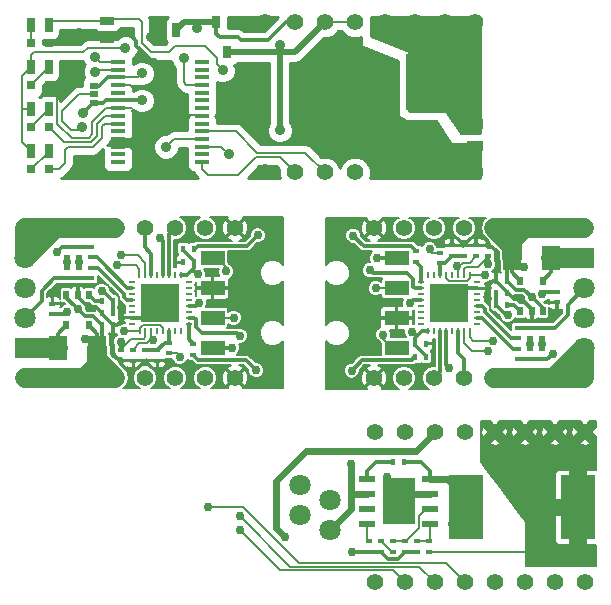
<source format=gtl>
G04 (created by PCBNEW (2013-jul-07)-stable) date Thu 09 Jan 2014 05:36:01 AM EST*
%MOIN*%
G04 Gerber Fmt 3.4, Leading zero omitted, Abs format*
%FSLAX34Y34*%
G01*
G70*
G90*
G04 APERTURE LIST*
%ADD10C,0.00590551*%
%ADD11C,0.0708661*%
%ADD12R,0.0551X0.0236*%
%ADD13R,0.1102X0.1575*%
%ADD14R,0.0236X0.0157*%
%ADD15R,0.0157X0.0236*%
%ADD16R,0.11811X0.216535*%
%ADD17C,0.055*%
%ADD18R,0.0098X0.0236*%
%ADD19R,0.0236X0.0098*%
%ADD20R,0.125984X0.125984*%
%ADD21R,0.0708661X0.0708661*%
%ADD22R,0.02X0.03*%
%ADD23R,0.06X0.08*%
%ADD24R,0.0787402X0.05*%
%ADD25C,0.189*%
%ADD26R,0.189X0.189*%
%ADD27R,0.05X0.016*%
%ADD28R,0.0276X0.0394*%
%ADD29R,0.055X0.035*%
%ADD30R,0.025X0.045*%
%ADD31R,0.045X0.025*%
%ADD32R,0.03X0.02*%
%ADD33R,0.0314X0.0314*%
%ADD34C,0.03*%
%ADD35C,0.035*%
%ADD36C,0.006*%
%ADD37C,0.012*%
%ADD38C,0.0669291*%
%ADD39C,0.008*%
%ADD40C,0.02*%
%ADD41C,0.0240157*%
%ADD42C,0.0120079*%
%ADD43C,0.00787402*%
%ADD44C,0.01*%
G04 APERTURE END LIST*
G54D10*
G54D11*
X67821Y-59960D03*
X68821Y-60460D03*
X67821Y-60960D03*
X68821Y-61460D03*
G54D12*
X72171Y-59760D03*
X70071Y-59760D03*
X72171Y-60260D03*
X72171Y-60760D03*
X72171Y-61260D03*
X70071Y-60260D03*
X70071Y-60760D03*
X70071Y-61260D03*
G54D13*
X71121Y-60510D03*
G54D14*
X71721Y-61833D03*
X71721Y-62187D03*
X72121Y-62187D03*
X72121Y-61833D03*
X70121Y-61833D03*
X70121Y-62187D03*
X71321Y-61833D03*
X71321Y-62187D03*
X70521Y-61833D03*
X70521Y-62187D03*
X70921Y-61833D03*
X70921Y-62187D03*
G54D15*
X70944Y-59210D03*
X71298Y-59210D03*
G54D16*
X73351Y-60710D03*
X77091Y-60710D03*
G54D17*
X70321Y-63210D03*
X71321Y-63210D03*
X72321Y-63210D03*
X73321Y-63210D03*
X74321Y-63210D03*
X75321Y-63210D03*
X76321Y-63210D03*
X77321Y-63210D03*
X77321Y-58210D03*
X76321Y-58210D03*
X75321Y-58210D03*
X74321Y-58210D03*
X73321Y-58210D03*
X72321Y-58210D03*
X71321Y-58210D03*
X70321Y-58210D03*
G54D18*
X73488Y-52959D03*
X73291Y-52959D03*
X73094Y-52959D03*
X72897Y-52959D03*
X72701Y-52959D03*
X72504Y-52959D03*
X72307Y-52959D03*
X72110Y-52959D03*
G54D19*
X71854Y-54001D03*
X71854Y-54197D03*
X71854Y-54394D03*
X71854Y-54591D03*
G54D20*
X72800Y-53903D03*
G54D19*
X71854Y-53214D03*
X71854Y-53411D03*
X71854Y-53608D03*
X71854Y-53804D03*
G54D18*
X72112Y-54847D03*
X72309Y-54848D03*
X72505Y-54848D03*
X72702Y-54848D03*
X72899Y-54848D03*
X73096Y-54848D03*
X73293Y-54848D03*
X73490Y-54848D03*
G54D19*
X73745Y-54592D03*
X73745Y-54395D03*
X73745Y-54198D03*
X73745Y-54002D03*
X73745Y-53805D03*
X73745Y-53608D03*
X73745Y-53411D03*
X73745Y-53214D03*
G54D21*
X77300Y-52403D03*
G54D11*
X77300Y-53403D03*
X77300Y-54403D03*
X77300Y-55403D03*
G54D22*
X75175Y-54153D03*
X75925Y-54153D03*
X75175Y-53153D03*
X75550Y-54153D03*
X75925Y-53153D03*
G54D23*
X74900Y-52403D03*
X76200Y-52403D03*
G54D15*
X74373Y-53953D03*
X74727Y-53953D03*
G54D14*
X72900Y-52330D03*
X72900Y-51976D03*
X72500Y-52226D03*
X72500Y-52580D03*
G54D15*
X74727Y-53153D03*
X74373Y-53153D03*
X74373Y-53553D03*
X74727Y-53553D03*
G54D14*
X73300Y-52330D03*
X73300Y-51976D03*
X76400Y-53526D03*
X76400Y-53880D03*
G54D15*
X71673Y-55253D03*
X72027Y-55253D03*
G54D14*
X74100Y-52330D03*
X74100Y-51976D03*
G54D15*
X71673Y-55703D03*
X72027Y-55703D03*
G54D14*
X71700Y-52176D03*
X71700Y-52530D03*
X73700Y-52330D03*
X73700Y-51976D03*
G54D17*
X70300Y-56403D03*
X71300Y-56403D03*
X72300Y-56403D03*
X73300Y-56403D03*
X74300Y-56403D03*
X75300Y-56403D03*
X76300Y-56403D03*
X77300Y-56403D03*
X77300Y-51403D03*
X76300Y-51403D03*
X75300Y-51403D03*
X74300Y-51403D03*
X73300Y-51403D03*
X72300Y-51403D03*
X71300Y-51403D03*
X70300Y-51403D03*
G54D14*
X75500Y-54726D03*
X75500Y-55080D03*
X75100Y-55780D03*
X75100Y-55426D03*
X75100Y-54726D03*
X75100Y-55080D03*
X75900Y-54726D03*
X75900Y-55080D03*
X75900Y-55780D03*
X75900Y-55426D03*
X75500Y-55426D03*
X75500Y-55780D03*
G54D24*
X71050Y-52403D03*
X71050Y-53403D03*
X71050Y-54403D03*
X71050Y-55403D03*
G54D18*
X62482Y-54839D03*
X62679Y-54839D03*
X62876Y-54839D03*
X63073Y-54839D03*
X63269Y-54839D03*
X63466Y-54839D03*
X63663Y-54839D03*
X63860Y-54839D03*
G54D19*
X64116Y-53797D03*
X64116Y-53601D03*
X64116Y-53404D03*
X64116Y-53207D03*
G54D20*
X63170Y-53895D03*
G54D19*
X64116Y-54584D03*
X64116Y-54387D03*
X64116Y-54190D03*
X64116Y-53994D03*
G54D18*
X63858Y-52951D03*
X63661Y-52950D03*
X63465Y-52950D03*
X63268Y-52950D03*
X63071Y-52950D03*
X62874Y-52950D03*
X62677Y-52950D03*
X62480Y-52950D03*
G54D19*
X62225Y-53206D03*
X62225Y-53403D03*
X62225Y-53600D03*
X62225Y-53796D03*
X62225Y-53993D03*
X62225Y-54190D03*
X62225Y-54387D03*
X62225Y-54584D03*
G54D21*
X58670Y-55395D03*
G54D11*
X58670Y-54395D03*
X58670Y-53395D03*
X58670Y-52395D03*
G54D22*
X60795Y-53645D03*
X60045Y-53645D03*
X60795Y-54645D03*
X60420Y-53645D03*
X60045Y-54645D03*
G54D23*
X61070Y-55395D03*
X59770Y-55395D03*
G54D15*
X61597Y-53845D03*
X61243Y-53845D03*
G54D14*
X63070Y-55468D03*
X63070Y-55822D03*
X63470Y-55572D03*
X63470Y-55218D03*
G54D15*
X61243Y-54645D03*
X61597Y-54645D03*
X61597Y-54245D03*
X61243Y-54245D03*
G54D14*
X62670Y-55468D03*
X62670Y-55822D03*
X59570Y-54272D03*
X59570Y-53918D03*
G54D15*
X64297Y-52545D03*
X63943Y-52545D03*
G54D14*
X61870Y-55468D03*
X61870Y-55822D03*
G54D15*
X64297Y-52095D03*
X63943Y-52095D03*
G54D14*
X64270Y-55622D03*
X64270Y-55268D03*
X62270Y-55468D03*
X62270Y-55822D03*
G54D17*
X65670Y-51395D03*
X64670Y-51395D03*
X63670Y-51395D03*
X62670Y-51395D03*
X61670Y-51395D03*
X60670Y-51395D03*
X59670Y-51395D03*
X58670Y-51395D03*
X58670Y-56395D03*
X59670Y-56395D03*
X60670Y-56395D03*
X61670Y-56395D03*
X62670Y-56395D03*
X63670Y-56395D03*
X64670Y-56395D03*
X65670Y-56395D03*
G54D14*
X60470Y-53072D03*
X60470Y-52718D03*
X60870Y-52018D03*
X60870Y-52372D03*
X60870Y-53072D03*
X60870Y-52718D03*
X60070Y-53072D03*
X60070Y-52718D03*
X60070Y-52018D03*
X60070Y-52372D03*
X60470Y-52372D03*
X60470Y-52018D03*
G54D24*
X64920Y-55395D03*
X64920Y-54395D03*
X64920Y-53395D03*
X64920Y-52395D03*
G54D25*
X69906Y-46548D03*
G54D26*
X72306Y-46548D03*
G54D25*
X70806Y-48548D03*
G54D27*
X64556Y-49198D03*
X64556Y-48948D03*
X64556Y-48688D03*
X64556Y-48428D03*
X64556Y-48178D03*
X64556Y-47918D03*
X64556Y-47658D03*
X64556Y-47408D03*
X64556Y-47148D03*
X64556Y-46898D03*
X64556Y-46638D03*
X64556Y-46378D03*
X64556Y-46128D03*
X64556Y-45868D03*
X61756Y-45868D03*
X61756Y-46128D03*
X61756Y-46368D03*
X61756Y-46638D03*
X61756Y-46898D03*
X61756Y-47148D03*
X61756Y-47408D03*
X61756Y-47658D03*
X61756Y-47918D03*
X61756Y-48178D03*
X61756Y-48428D03*
X61756Y-48688D03*
X61756Y-48948D03*
X61756Y-49198D03*
G54D28*
X65406Y-45548D03*
X65031Y-44548D03*
X65781Y-44548D03*
G54D29*
X73656Y-47923D03*
X73656Y-48673D03*
G54D30*
X63706Y-44798D03*
X63106Y-44798D03*
G54D31*
X61406Y-44498D03*
X61406Y-45098D03*
G54D32*
X60956Y-46948D03*
X60956Y-47228D03*
X60956Y-46668D03*
G54D30*
X59456Y-44648D03*
X58856Y-44648D03*
X58856Y-46048D03*
X59456Y-46048D03*
X59456Y-47448D03*
X58856Y-47448D03*
X59456Y-48848D03*
X58856Y-48848D03*
G54D33*
X58861Y-48048D03*
X59451Y-48048D03*
X58861Y-49448D03*
X59451Y-49448D03*
X58861Y-45248D03*
X59451Y-45248D03*
X58861Y-46648D03*
X59451Y-46648D03*
G54D17*
X66656Y-49548D03*
X67656Y-49548D03*
X68656Y-49548D03*
X69656Y-49548D03*
X70656Y-49548D03*
X71656Y-49548D03*
X72656Y-49548D03*
X73656Y-49548D03*
X73656Y-44548D03*
X72656Y-44548D03*
X71656Y-44548D03*
X70656Y-44548D03*
X69656Y-44548D03*
X68656Y-44548D03*
X67656Y-44548D03*
X66656Y-44548D03*
G54D34*
X75921Y-62360D03*
X75646Y-61010D03*
X75921Y-61410D03*
X76196Y-61010D03*
X76071Y-61885D03*
X75771Y-61885D03*
X72150Y-52103D03*
X75300Y-52703D03*
X75550Y-53703D03*
X75500Y-55253D03*
X63820Y-55695D03*
X60670Y-55095D03*
X60420Y-54095D03*
X60470Y-52545D03*
G54D35*
X65256Y-46148D03*
G54D34*
X70400Y-52403D03*
X71550Y-54853D03*
X74000Y-52953D03*
X65570Y-55395D03*
X64420Y-52945D03*
X61970Y-54845D03*
G54D35*
X64406Y-44748D03*
X62006Y-45398D03*
G54D34*
X67346Y-61710D03*
X75900Y-53603D03*
X75900Y-55253D03*
X60070Y-54195D03*
X60070Y-52545D03*
G54D35*
X67156Y-48148D03*
X67156Y-45298D03*
G54D34*
X69521Y-59260D03*
X74750Y-54303D03*
X71500Y-53903D03*
X61220Y-53495D03*
X64470Y-53895D03*
X76250Y-55603D03*
X59720Y-52195D03*
X74100Y-52603D03*
X61870Y-55195D03*
X73050Y-52653D03*
X62920Y-55145D03*
G54D35*
X65456Y-48948D03*
G54D34*
X72800Y-56053D03*
X63170Y-51745D03*
X70350Y-53403D03*
X74250Y-55153D03*
X65620Y-54395D03*
X61720Y-52645D03*
X70600Y-54953D03*
X74100Y-55503D03*
X65370Y-52845D03*
X61870Y-52295D03*
X70150Y-52803D03*
X65820Y-54995D03*
X70400Y-55453D03*
X70721Y-59710D03*
X69571Y-62185D03*
X65570Y-52345D03*
G54D35*
X62856Y-45048D03*
X63356Y-48048D03*
X63556Y-46748D03*
X60456Y-44898D03*
G54D34*
X72896Y-61260D03*
X73496Y-61260D03*
X73196Y-61460D03*
X73196Y-61085D03*
X65821Y-61460D03*
X69550Y-56153D03*
X66420Y-51645D03*
X69600Y-51653D03*
X66370Y-56145D03*
X64771Y-60710D03*
X65821Y-61010D03*
G54D35*
X60556Y-48048D03*
X63356Y-48698D03*
X61006Y-45698D03*
X61006Y-46198D03*
X63956Y-45748D03*
X62556Y-46248D03*
X62556Y-47148D03*
X60581Y-47573D03*
G54D36*
X72121Y-62187D02*
X75748Y-62187D01*
X75748Y-62187D02*
X75921Y-62360D01*
X72500Y-52226D02*
X72227Y-52226D01*
X72227Y-52226D02*
X72150Y-52149D01*
X72150Y-52149D02*
X72150Y-52103D01*
X75200Y-52703D02*
X75300Y-52703D01*
X75200Y-52703D02*
X74900Y-52403D01*
G54D37*
X75650Y-53803D02*
X75550Y-53703D01*
X75550Y-53703D02*
X75300Y-53453D01*
X74727Y-53153D02*
X75027Y-53453D01*
X75925Y-54078D02*
X75925Y-54153D01*
X75650Y-53803D02*
X75925Y-54078D01*
X75300Y-53453D02*
X75027Y-53453D01*
X74727Y-53153D02*
X74727Y-52576D01*
X74727Y-52576D02*
X74900Y-52403D01*
X74677Y-52626D02*
X74900Y-52403D01*
X76300Y-51403D02*
X77300Y-51403D01*
X75500Y-55080D02*
X75500Y-55253D01*
X75500Y-55253D02*
X75500Y-55426D01*
G54D38*
X74900Y-52403D02*
X74900Y-52003D01*
X74900Y-52003D02*
X74300Y-51403D01*
X74900Y-52403D02*
X74900Y-51803D01*
X74900Y-51803D02*
X75300Y-51403D01*
G54D37*
X74900Y-52403D02*
X74677Y-52626D01*
X74900Y-52403D02*
X74900Y-52878D01*
X74900Y-52878D02*
X75175Y-53153D01*
G54D38*
X74900Y-52403D02*
X74900Y-51403D01*
X74900Y-51403D02*
X74800Y-51403D01*
X74300Y-51403D02*
X74800Y-51403D01*
X74800Y-51403D02*
X77300Y-51403D01*
G54D36*
X63470Y-55572D02*
X63743Y-55572D01*
X63743Y-55572D02*
X63820Y-55649D01*
X63820Y-55649D02*
X63820Y-55695D01*
X60770Y-55095D02*
X60670Y-55095D01*
X60770Y-55095D02*
X61070Y-55395D01*
G54D37*
X60320Y-53995D02*
X60420Y-54095D01*
X60420Y-54095D02*
X60670Y-54345D01*
X61243Y-54645D02*
X60943Y-54345D01*
X60045Y-53720D02*
X60045Y-53645D01*
X60320Y-53995D02*
X60045Y-53720D01*
X60670Y-54345D02*
X60943Y-54345D01*
X61243Y-54645D02*
X61243Y-55222D01*
X61243Y-55222D02*
X61070Y-55395D01*
X61293Y-55172D02*
X61070Y-55395D01*
X59670Y-56395D02*
X58670Y-56395D01*
X60470Y-52718D02*
X60470Y-52545D01*
X60470Y-52545D02*
X60470Y-52372D01*
G54D38*
X61070Y-55395D02*
X61070Y-55795D01*
X61070Y-55795D02*
X61670Y-56395D01*
X61070Y-55395D02*
X61070Y-55995D01*
X61070Y-55995D02*
X60670Y-56395D01*
G54D37*
X61070Y-55395D02*
X61293Y-55172D01*
X61070Y-55395D02*
X61070Y-54920D01*
X61070Y-54920D02*
X60795Y-54645D01*
G54D38*
X61070Y-55395D02*
X61070Y-56395D01*
X61070Y-56395D02*
X61170Y-56395D01*
X61670Y-56395D02*
X61170Y-56395D01*
X61170Y-56395D02*
X58670Y-56395D01*
G54D39*
X61756Y-44448D02*
X61456Y-44448D01*
X62556Y-44548D02*
X62556Y-45248D01*
G54D40*
X73656Y-47923D02*
X73656Y-47898D01*
X73656Y-47898D02*
X72306Y-46548D01*
G54D39*
X59606Y-44498D02*
X61406Y-44498D01*
X59456Y-44648D02*
X59606Y-44498D01*
X73656Y-44548D02*
X72656Y-44548D01*
X72656Y-44548D02*
X71656Y-44548D01*
X71656Y-44548D02*
X70656Y-44548D01*
X72306Y-46548D02*
X72306Y-44898D01*
X72306Y-44898D02*
X72656Y-44548D01*
X61456Y-44448D02*
X61406Y-44498D01*
X63656Y-45348D02*
X64656Y-45348D01*
X63456Y-45548D02*
X63656Y-45348D01*
X62856Y-45548D02*
X63456Y-45548D01*
X65256Y-46148D02*
X65056Y-45948D01*
X62556Y-45248D02*
X62856Y-45548D01*
X65056Y-45948D02*
X65056Y-45748D01*
X65056Y-45748D02*
X64656Y-45348D01*
X62456Y-44448D02*
X62556Y-44548D01*
X61756Y-44448D02*
X62456Y-44448D01*
G54D37*
X71050Y-52403D02*
X70400Y-52403D01*
X71775Y-54978D02*
X71675Y-54978D01*
X71675Y-54978D02*
X71550Y-54853D01*
G54D36*
X73488Y-52959D02*
X73994Y-52959D01*
X73994Y-52959D02*
X74000Y-52953D01*
X72701Y-52959D02*
X72701Y-53074D01*
X73488Y-53075D02*
X73488Y-52959D01*
X73385Y-53178D02*
X73488Y-53075D01*
X72805Y-53178D02*
X73385Y-53178D01*
X72701Y-53074D02*
X72805Y-53178D01*
G54D37*
X72112Y-54847D02*
X71906Y-54847D01*
X71673Y-55080D02*
X71673Y-55253D01*
X71906Y-54847D02*
X71775Y-54978D01*
X71775Y-54978D02*
X71673Y-55080D01*
X71673Y-55253D02*
X71673Y-55301D01*
X72027Y-55655D02*
X72027Y-55703D01*
X71673Y-55301D02*
X72027Y-55655D01*
X64920Y-55395D02*
X65570Y-55395D01*
X64195Y-52820D02*
X64295Y-52820D01*
X64295Y-52820D02*
X64420Y-52945D01*
G54D36*
X62482Y-54839D02*
X61976Y-54839D01*
X61976Y-54839D02*
X61970Y-54845D01*
X63269Y-54839D02*
X63269Y-54724D01*
X62482Y-54723D02*
X62482Y-54839D01*
X62585Y-54620D02*
X62482Y-54723D01*
X63165Y-54620D02*
X62585Y-54620D01*
X63269Y-54724D02*
X63165Y-54620D01*
G54D37*
X63858Y-52951D02*
X64064Y-52951D01*
X64297Y-52718D02*
X64297Y-52545D01*
X64064Y-52951D02*
X64195Y-52820D01*
X64195Y-52820D02*
X64297Y-52718D01*
X64297Y-52545D02*
X64297Y-52497D01*
X63943Y-52143D02*
X63943Y-52095D01*
X64297Y-52497D02*
X63943Y-52143D01*
X65856Y-45148D02*
X65756Y-45048D01*
G54D40*
X64506Y-44548D02*
X65031Y-44548D01*
G54D37*
X65031Y-44923D02*
X65031Y-44548D01*
X67656Y-44548D02*
X67356Y-44548D01*
X65756Y-45048D02*
X65156Y-45048D01*
X67356Y-44548D02*
X66756Y-45148D01*
X65156Y-45048D02*
X65031Y-44923D01*
X66756Y-45148D02*
X65856Y-45148D01*
G54D39*
X58856Y-47448D02*
X58556Y-47448D01*
X58856Y-48848D02*
X58556Y-48548D01*
X58556Y-46348D02*
X58856Y-46048D01*
G54D40*
X64356Y-44548D02*
X64506Y-44548D01*
G54D39*
X58556Y-47448D02*
X58556Y-46348D01*
X58556Y-48548D02*
X58556Y-47448D01*
G54D40*
X63706Y-44798D02*
X63956Y-44548D01*
G54D39*
X58856Y-46048D02*
X58856Y-45648D01*
G54D40*
X63956Y-44548D02*
X64356Y-44548D01*
G54D39*
X64406Y-44748D02*
X64506Y-44648D01*
X60756Y-45398D02*
X62006Y-45398D01*
X60606Y-45548D02*
X60756Y-45398D01*
X58956Y-45548D02*
X60606Y-45548D01*
X58856Y-45648D02*
X58956Y-45548D01*
X64506Y-44648D02*
X64506Y-44548D01*
G54D41*
X71696Y-58835D02*
X72321Y-58210D01*
X68046Y-58835D02*
X71696Y-58835D01*
X67046Y-59835D02*
X68046Y-58835D01*
X67046Y-61410D02*
X67046Y-59835D01*
X67346Y-61710D02*
X67046Y-61410D01*
G54D37*
X76400Y-53526D02*
X76027Y-53526D01*
X76027Y-53526D02*
X75950Y-53603D01*
X75950Y-53603D02*
X75900Y-53603D01*
X75904Y-55076D02*
X75900Y-55080D01*
X75900Y-55080D02*
X75900Y-55253D01*
X75900Y-55253D02*
X75900Y-55426D01*
X59570Y-54272D02*
X59943Y-54272D01*
X59943Y-54272D02*
X60020Y-54195D01*
X60020Y-54195D02*
X60070Y-54195D01*
X60066Y-52722D02*
X60070Y-52718D01*
X60070Y-52718D02*
X60070Y-52545D01*
X60070Y-52545D02*
X60070Y-52372D01*
G54D40*
X67156Y-45298D02*
X67156Y-48148D01*
X67656Y-45548D02*
X68656Y-44548D01*
X67156Y-45548D02*
X67656Y-45548D01*
X65406Y-45548D02*
X67156Y-45548D01*
X67156Y-45298D02*
X67156Y-45548D01*
G54D39*
X68656Y-44548D02*
X69656Y-44548D01*
G54D41*
X69521Y-60260D02*
X69521Y-59260D01*
X69521Y-60260D02*
X70071Y-60260D01*
X68821Y-61460D02*
X69521Y-60760D01*
X69521Y-60760D02*
X69521Y-60260D01*
G54D38*
X77300Y-55403D02*
X76300Y-56403D01*
G54D37*
X75300Y-56403D02*
X76300Y-56403D01*
G54D38*
X77300Y-55403D02*
X77300Y-56403D01*
X74300Y-56403D02*
X77300Y-56403D01*
X58670Y-52395D02*
X59670Y-51395D01*
G54D37*
X60670Y-51395D02*
X59670Y-51395D01*
G54D38*
X58670Y-52395D02*
X58670Y-51395D01*
X61670Y-51395D02*
X58670Y-51395D01*
G54D37*
X74750Y-54303D02*
X74700Y-54303D01*
X74700Y-54303D02*
X74373Y-53976D01*
X74373Y-53953D02*
X74373Y-53976D01*
X71599Y-53804D02*
X71854Y-53804D01*
X71599Y-53804D02*
X71500Y-53903D01*
X74373Y-53553D02*
X74373Y-53953D01*
X61220Y-53495D02*
X61270Y-53495D01*
X61270Y-53495D02*
X61597Y-53822D01*
X61597Y-53845D02*
X61597Y-53822D01*
X64371Y-53994D02*
X64116Y-53994D01*
X64371Y-53994D02*
X64470Y-53895D01*
X61597Y-54245D02*
X61597Y-53845D01*
X76073Y-55780D02*
X75900Y-55780D01*
X76250Y-55603D02*
X76073Y-55780D01*
X75500Y-55780D02*
X75900Y-55780D01*
X75100Y-55780D02*
X75900Y-55780D01*
X59897Y-52018D02*
X60070Y-52018D01*
X59720Y-52195D02*
X59897Y-52018D01*
X60470Y-52018D02*
X60070Y-52018D01*
X60870Y-52018D02*
X60070Y-52018D01*
X75900Y-54726D02*
X76327Y-54726D01*
X76750Y-53953D02*
X77300Y-53403D01*
X76750Y-54303D02*
X76750Y-53953D01*
X76327Y-54726D02*
X76750Y-54303D01*
X75900Y-54726D02*
X75927Y-54726D01*
X75100Y-54726D02*
X75500Y-54726D01*
X75100Y-54726D02*
X75900Y-54726D01*
X60070Y-53072D02*
X59643Y-53072D01*
X59220Y-53845D02*
X58670Y-54395D01*
X59220Y-53495D02*
X59220Y-53845D01*
X59643Y-53072D02*
X59220Y-53495D01*
X60070Y-53072D02*
X60043Y-53072D01*
X60870Y-53072D02*
X60470Y-53072D01*
X60870Y-53072D02*
X60070Y-53072D01*
X74100Y-52603D02*
X74100Y-52380D01*
G54D36*
X73291Y-52959D02*
X73291Y-52762D01*
X73777Y-52703D02*
X74100Y-52380D01*
X73350Y-52703D02*
X73777Y-52703D01*
X73291Y-52762D02*
X73350Y-52703D01*
G54D37*
X61870Y-55195D02*
X61870Y-55418D01*
G54D36*
X62679Y-54839D02*
X62679Y-55036D01*
X62193Y-55095D02*
X61870Y-55418D01*
X62620Y-55095D02*
X62193Y-55095D01*
X62679Y-55036D02*
X62620Y-55095D01*
X73700Y-52380D02*
X73673Y-52380D01*
X73094Y-52709D02*
X73094Y-52959D01*
X73250Y-52553D02*
X73094Y-52709D01*
X73500Y-52553D02*
X73250Y-52553D01*
X73673Y-52380D02*
X73500Y-52553D01*
X62270Y-55418D02*
X62297Y-55418D01*
X62876Y-55089D02*
X62876Y-54839D01*
X62720Y-55245D02*
X62876Y-55089D01*
X62470Y-55245D02*
X62720Y-55245D01*
X62297Y-55418D02*
X62470Y-55245D01*
G54D37*
X73300Y-56403D02*
X73300Y-55753D01*
X73096Y-55549D02*
X73096Y-54848D01*
X73300Y-55753D02*
X73096Y-55549D01*
X62670Y-51395D02*
X62670Y-52045D01*
X62874Y-52249D02*
X62874Y-52950D01*
X62670Y-52045D02*
X62874Y-52249D01*
G54D39*
X65196Y-48688D02*
X65456Y-48948D01*
X64556Y-48688D02*
X65196Y-48688D01*
G54D37*
X72702Y-54848D02*
X72702Y-55955D01*
X72702Y-55955D02*
X72800Y-56053D01*
X63268Y-52950D02*
X63268Y-51843D01*
X63268Y-51843D02*
X63170Y-51745D01*
G54D39*
X66394Y-48886D02*
X67994Y-48886D01*
X65686Y-48178D02*
X66394Y-48886D01*
X64556Y-48178D02*
X65686Y-48178D01*
X67994Y-48886D02*
X68656Y-49548D01*
G54D36*
X71050Y-53403D02*
X70350Y-53403D01*
X73490Y-55043D02*
X73600Y-55153D01*
X73600Y-55153D02*
X74250Y-55153D01*
X73490Y-55043D02*
X73490Y-54848D01*
X64920Y-54395D02*
X65620Y-54395D01*
X62480Y-52755D02*
X62370Y-52645D01*
X62370Y-52645D02*
X61720Y-52645D01*
X62480Y-52755D02*
X62480Y-52950D01*
X70600Y-54953D02*
X70600Y-55103D01*
X73293Y-55246D02*
X73550Y-55503D01*
X73550Y-55503D02*
X74100Y-55503D01*
X73293Y-54848D02*
X73293Y-55246D01*
X70600Y-55103D02*
X70900Y-55403D01*
X70900Y-55403D02*
X71050Y-55403D01*
X70900Y-55403D02*
X71050Y-55403D01*
X65370Y-52845D02*
X65370Y-52695D01*
X62677Y-52552D02*
X62420Y-52295D01*
X62420Y-52295D02*
X61870Y-52295D01*
X62677Y-52950D02*
X62677Y-52552D01*
X65370Y-52695D02*
X65070Y-52395D01*
X65070Y-52395D02*
X64920Y-52395D01*
X65070Y-52395D02*
X64920Y-52395D01*
G54D37*
X72505Y-54848D02*
X72505Y-56198D01*
X72505Y-56198D02*
X72300Y-56403D01*
X63465Y-52950D02*
X63465Y-51600D01*
X63465Y-51600D02*
X63670Y-51395D01*
G54D39*
X66356Y-49048D02*
X67156Y-49048D01*
X64556Y-49448D02*
X64756Y-49648D01*
X64756Y-49648D02*
X65756Y-49648D01*
X65756Y-49648D02*
X66356Y-49048D01*
X67156Y-49048D02*
X67656Y-49548D01*
X64556Y-49198D02*
X64556Y-49448D01*
G54D37*
X71854Y-53411D02*
X71658Y-53411D01*
X70250Y-52903D02*
X70150Y-52803D01*
X71400Y-52903D02*
X70250Y-52903D01*
X71600Y-53103D02*
X71400Y-52903D01*
X71600Y-53353D02*
X71600Y-53103D01*
X71658Y-53411D02*
X71600Y-53353D01*
X64116Y-54387D02*
X64312Y-54387D01*
X65720Y-54895D02*
X65820Y-54995D01*
X64570Y-54895D02*
X65720Y-54895D01*
X64370Y-54695D02*
X64570Y-54895D01*
X64370Y-54445D02*
X64370Y-54695D01*
X64312Y-54387D02*
X64370Y-54445D01*
X71700Y-52530D02*
X71854Y-52684D01*
X71854Y-52849D02*
X71854Y-53214D01*
X71854Y-52684D02*
X71854Y-52849D01*
X64270Y-55268D02*
X64116Y-55114D01*
X64116Y-54949D02*
X64116Y-54584D01*
X64116Y-55114D02*
X64116Y-54949D01*
X72500Y-52580D02*
X72500Y-52955D01*
X72500Y-52955D02*
X72504Y-52959D01*
X72500Y-52580D02*
X72650Y-52580D01*
X72650Y-52580D02*
X72900Y-52330D01*
X72900Y-52330D02*
X73300Y-52330D01*
X63470Y-55218D02*
X63470Y-54843D01*
X63470Y-54843D02*
X63466Y-54839D01*
X63470Y-55218D02*
X63320Y-55218D01*
X63320Y-55218D02*
X63070Y-55468D01*
X63070Y-55468D02*
X62670Y-55468D01*
G54D41*
X72171Y-60260D02*
X71371Y-60260D01*
X71371Y-60260D02*
X71121Y-60510D01*
X71121Y-60510D02*
X70721Y-60110D01*
X70721Y-60110D02*
X70721Y-59710D01*
G54D42*
X70121Y-62187D02*
X70119Y-62185D01*
X70119Y-62185D02*
X69571Y-62185D01*
X70521Y-62187D02*
X70754Y-62420D01*
X71088Y-62420D02*
X71321Y-62187D01*
X70754Y-62420D02*
X71088Y-62420D01*
X70121Y-62187D02*
X70521Y-62187D01*
X71721Y-62187D02*
X71321Y-62187D01*
G54D37*
X74100Y-51976D02*
X74100Y-51853D01*
X74100Y-51853D02*
X73950Y-51703D01*
X73200Y-51853D02*
X73400Y-51853D01*
X73300Y-51976D02*
X73300Y-51953D01*
X73300Y-51953D02*
X73400Y-51853D01*
X73400Y-51853D02*
X73500Y-51753D01*
X73300Y-51953D02*
X73200Y-51853D01*
X73200Y-51853D02*
X73100Y-51753D01*
G54D36*
X73277Y-52026D02*
X73250Y-52026D01*
G54D37*
X74373Y-53153D02*
X74373Y-53176D01*
X74727Y-53530D02*
X74727Y-53553D01*
X74373Y-53176D02*
X74727Y-53530D01*
X74373Y-53153D02*
X74373Y-52780D01*
X74223Y-52026D02*
X74100Y-52026D01*
X74400Y-52203D02*
X74223Y-52026D01*
X74400Y-52753D02*
X74400Y-52203D01*
X74373Y-52780D02*
X74400Y-52753D01*
X74373Y-53153D02*
X74250Y-53153D01*
X74250Y-53153D02*
X74100Y-53303D01*
X75550Y-54153D02*
X75550Y-54453D01*
X74727Y-53553D02*
X74750Y-53553D01*
X74750Y-53553D02*
X74950Y-53753D01*
X74950Y-53753D02*
X75200Y-53753D01*
X75200Y-53753D02*
X75550Y-54103D01*
X75550Y-54103D02*
X75550Y-54153D01*
X73745Y-53411D02*
X73292Y-53411D01*
X73292Y-53411D02*
X72800Y-53903D01*
X61870Y-55822D02*
X61870Y-55945D01*
X61870Y-55945D02*
X62020Y-56095D01*
X62770Y-55945D02*
X62570Y-55945D01*
X62670Y-55822D02*
X62670Y-55845D01*
X62670Y-55845D02*
X62570Y-55945D01*
X62570Y-55945D02*
X62470Y-56045D01*
X62670Y-55845D02*
X62770Y-55945D01*
X62770Y-55945D02*
X62870Y-56045D01*
G54D36*
X62693Y-55772D02*
X62720Y-55772D01*
G54D37*
X61597Y-54645D02*
X61597Y-54622D01*
X61243Y-54268D02*
X61243Y-54245D01*
X61597Y-54622D02*
X61243Y-54268D01*
X61597Y-54645D02*
X61597Y-55018D01*
X61747Y-55772D02*
X61870Y-55772D01*
X61570Y-55595D02*
X61747Y-55772D01*
X61570Y-55045D02*
X61570Y-55595D01*
X61597Y-55018D02*
X61570Y-55045D01*
X61597Y-54645D02*
X61720Y-54645D01*
X61720Y-54645D02*
X61870Y-54495D01*
X60420Y-53645D02*
X60420Y-53345D01*
X61243Y-54245D02*
X61220Y-54245D01*
X61220Y-54245D02*
X61020Y-54045D01*
X61020Y-54045D02*
X60770Y-54045D01*
X60770Y-54045D02*
X60420Y-53695D01*
X60420Y-53695D02*
X60420Y-53645D01*
X62225Y-54387D02*
X62678Y-54387D01*
X62678Y-54387D02*
X63170Y-53895D01*
G54D39*
X62196Y-47408D02*
X62256Y-47448D01*
X64546Y-47648D02*
X64556Y-47658D01*
X62216Y-48688D02*
X61756Y-48688D01*
X62256Y-46738D02*
X63546Y-46738D01*
X62256Y-47448D02*
X62256Y-48408D01*
X73656Y-49548D02*
X72656Y-49548D01*
X62996Y-48408D02*
X62256Y-48408D01*
X61756Y-46638D02*
X62156Y-46638D01*
X62256Y-46738D02*
X62156Y-46638D01*
X71656Y-49548D02*
X70656Y-49548D01*
X72656Y-49548D02*
X71656Y-49548D01*
X70806Y-47448D02*
X69906Y-46548D01*
G54D40*
X65781Y-44548D02*
X66656Y-44548D01*
G54D39*
X62256Y-48408D02*
X62236Y-48428D01*
X63356Y-48048D02*
X63756Y-47648D01*
X70656Y-49548D02*
X70806Y-49398D01*
X61756Y-47408D02*
X62196Y-47408D01*
X63756Y-47648D02*
X64546Y-47648D01*
X62256Y-48448D02*
X62256Y-48648D01*
X70806Y-49398D02*
X70656Y-49548D01*
X70806Y-49398D02*
X70806Y-47448D01*
X62236Y-48428D02*
X62256Y-48448D01*
X63356Y-48048D02*
X62996Y-48408D01*
X61756Y-48428D02*
X62236Y-48428D01*
X62256Y-48648D02*
X62216Y-48688D01*
G54D40*
X73656Y-48673D02*
X73656Y-49548D01*
G54D39*
X60214Y-48386D02*
X60306Y-48386D01*
G54D37*
X62652Y-45602D02*
X62848Y-45798D01*
X61056Y-45098D02*
X60856Y-44898D01*
X60856Y-44898D02*
X60456Y-44898D01*
G54D39*
X60788Y-48386D02*
X60894Y-48280D01*
X59744Y-47916D02*
X60214Y-48386D01*
X60894Y-47880D02*
X61366Y-47408D01*
G54D37*
X60106Y-45248D02*
X60456Y-44898D01*
G54D39*
X59451Y-46648D02*
X59744Y-46941D01*
X61366Y-47408D02*
X61756Y-47408D01*
X60894Y-48280D02*
X60894Y-47880D01*
X59744Y-46941D02*
X59744Y-47916D01*
X60306Y-48386D02*
X60788Y-48386D01*
G54D37*
X61406Y-45098D02*
X61056Y-45098D01*
X59956Y-45248D02*
X60106Y-45248D01*
X59451Y-45248D02*
X59956Y-45248D01*
G54D40*
X62856Y-45048D02*
X63106Y-44798D01*
G54D39*
X70806Y-48548D02*
X70806Y-49398D01*
G54D37*
X63556Y-46748D02*
X63556Y-46348D01*
X63006Y-45798D02*
X63556Y-46348D01*
G54D39*
X63546Y-46738D02*
X63556Y-46748D01*
G54D37*
X62848Y-45798D02*
X63006Y-45798D01*
X61756Y-45098D02*
X61406Y-45098D01*
X62374Y-45324D02*
X62652Y-45602D01*
X62374Y-45166D02*
X62374Y-45324D01*
X62156Y-44948D02*
X62374Y-45166D01*
X61906Y-44948D02*
X62156Y-44948D01*
X61756Y-45098D02*
X61906Y-44948D01*
G54D36*
X70071Y-61260D02*
X70071Y-61783D01*
X70071Y-61783D02*
X70121Y-61833D01*
G54D37*
X73745Y-54002D02*
X73899Y-54002D01*
X74877Y-55080D02*
X75100Y-55080D01*
X74000Y-54203D02*
X74877Y-55080D01*
X74000Y-54103D02*
X74000Y-54203D01*
X73899Y-54002D02*
X74000Y-54103D01*
X62225Y-53796D02*
X62071Y-53796D01*
X61093Y-52718D02*
X60870Y-52718D01*
X61970Y-53595D02*
X61093Y-52718D01*
X61970Y-53695D02*
X61970Y-53595D01*
X62071Y-53796D02*
X61970Y-53695D01*
G54D36*
X72171Y-61260D02*
X72171Y-61783D01*
X72171Y-61783D02*
X72121Y-61833D01*
X72121Y-61833D02*
X71721Y-61833D01*
X72171Y-60760D02*
X72021Y-60760D01*
X71373Y-61833D02*
X71321Y-61833D01*
X71796Y-61410D02*
X71373Y-61833D01*
X71796Y-60985D02*
X71796Y-61410D01*
X72021Y-60760D02*
X71796Y-60985D01*
X71321Y-61833D02*
X70921Y-61833D01*
X71398Y-61833D02*
X71321Y-61833D01*
G54D42*
X70944Y-59210D02*
X70371Y-59210D01*
X70071Y-59510D02*
X70071Y-59760D01*
X70371Y-59210D02*
X70071Y-59510D01*
G54D41*
X72171Y-59760D02*
X72721Y-59760D01*
X73351Y-60390D02*
X73351Y-60710D01*
X72721Y-59760D02*
X73351Y-60390D01*
G54D42*
X71298Y-59210D02*
X71871Y-59210D01*
X72171Y-59510D02*
X72171Y-59760D01*
X71871Y-59210D02*
X72171Y-59510D01*
G54D36*
X67171Y-62810D02*
X70921Y-62810D01*
X67171Y-62810D02*
X65821Y-61460D01*
X70921Y-62810D02*
X71321Y-63210D01*
G54D37*
X74727Y-53953D02*
X74975Y-53953D01*
X74975Y-53953D02*
X75175Y-54153D01*
X61243Y-53845D02*
X60995Y-53845D01*
X60995Y-53845D02*
X60795Y-53645D01*
X76200Y-52403D02*
X76200Y-52878D01*
X76200Y-52878D02*
X75925Y-53153D01*
G54D38*
X76200Y-52403D02*
X77300Y-52403D01*
G54D37*
X59770Y-55395D02*
X59770Y-54920D01*
X59770Y-54920D02*
X60045Y-54645D01*
G54D38*
X59770Y-55395D02*
X58670Y-55395D01*
G54D37*
X71673Y-55678D02*
X71548Y-55803D01*
X69900Y-55803D02*
X69550Y-56153D01*
X71548Y-55803D02*
X69900Y-55803D01*
X64297Y-52120D02*
X64422Y-51995D01*
X66070Y-51995D02*
X66420Y-51645D01*
X64422Y-51995D02*
X66070Y-51995D01*
X71700Y-52176D02*
X71527Y-52003D01*
X71500Y-52003D02*
X69950Y-52003D01*
X69950Y-52003D02*
X69600Y-51653D01*
X71527Y-52003D02*
X71500Y-52003D01*
X64270Y-55622D02*
X64443Y-55795D01*
X64470Y-55795D02*
X66020Y-55795D01*
X66020Y-55795D02*
X66370Y-56145D01*
X64443Y-55795D02*
X64470Y-55795D01*
G54D36*
X67781Y-62570D02*
X72681Y-62570D01*
X64771Y-60710D02*
X65921Y-60710D01*
X67781Y-62570D02*
X65921Y-60710D01*
X72681Y-62570D02*
X73321Y-63210D01*
X67501Y-62690D02*
X71801Y-62690D01*
X67501Y-62690D02*
X65821Y-61010D01*
X71801Y-62690D02*
X72321Y-63210D01*
X70521Y-61833D02*
X70544Y-61833D01*
X70898Y-62187D02*
X70921Y-62187D01*
X70544Y-61833D02*
X70898Y-62187D01*
G54D37*
X74750Y-55253D02*
X74923Y-55426D01*
X73892Y-54395D02*
X74750Y-55253D01*
X73745Y-54395D02*
X73892Y-54395D01*
X74923Y-55426D02*
X75100Y-55426D01*
X61220Y-52545D02*
X61047Y-52372D01*
X62078Y-53403D02*
X61220Y-52545D01*
X62225Y-53403D02*
X62078Y-53403D01*
X61047Y-52372D02*
X60870Y-52372D01*
G54D39*
X59906Y-47848D02*
X60206Y-48148D01*
X60456Y-48148D02*
X60556Y-48048D01*
X60456Y-46948D02*
X60956Y-46948D01*
X60456Y-46948D02*
X59906Y-47498D01*
X59906Y-47498D02*
X59906Y-47848D01*
X64556Y-48428D02*
X63626Y-48428D01*
X63356Y-48698D02*
X63626Y-48428D01*
X60206Y-48148D02*
X60456Y-48148D01*
X61006Y-45698D02*
X61176Y-45868D01*
X61176Y-45868D02*
X61756Y-45868D01*
X61006Y-46198D02*
X61076Y-46128D01*
X61076Y-46128D02*
X61756Y-46128D01*
X61756Y-47918D02*
X61316Y-47918D01*
X59786Y-49448D02*
X59451Y-49448D01*
X60006Y-48798D02*
X60006Y-49228D01*
X60094Y-48710D02*
X60006Y-48798D01*
X61246Y-47988D02*
X61246Y-48220D01*
X60924Y-48710D02*
X60094Y-48710D01*
X61316Y-47918D02*
X61246Y-47988D01*
X60006Y-49228D02*
X59786Y-49448D01*
X61246Y-48388D02*
X60924Y-48710D01*
X61246Y-48220D02*
X61246Y-48388D01*
X60856Y-48548D02*
X61056Y-48348D01*
X60456Y-48548D02*
X60856Y-48548D01*
X61756Y-47658D02*
X61346Y-47658D01*
X59951Y-48548D02*
X59451Y-48048D01*
X61056Y-47948D02*
X61346Y-47658D01*
X61056Y-48348D02*
X61056Y-47948D01*
X59951Y-48548D02*
X60456Y-48548D01*
X64046Y-46638D02*
X63956Y-46548D01*
X64556Y-46638D02*
X64046Y-46638D01*
X63956Y-46548D02*
X63956Y-45748D01*
X61756Y-46368D02*
X62436Y-46368D01*
X62436Y-46368D02*
X62556Y-46248D01*
G54D37*
X61436Y-46368D02*
X61756Y-46368D01*
X60956Y-46668D02*
X61136Y-46668D01*
X61136Y-46668D02*
X61436Y-46368D01*
G54D39*
X59456Y-47448D02*
X58861Y-48043D01*
X58861Y-48043D02*
X58861Y-48048D01*
X58856Y-44648D02*
X58856Y-45243D01*
X58856Y-45243D02*
X58861Y-45248D01*
X59456Y-46048D02*
X58861Y-46643D01*
X58861Y-46643D02*
X58861Y-46648D01*
X58861Y-49448D02*
X59456Y-48853D01*
X59456Y-48853D02*
X59456Y-48848D01*
G54D37*
X61756Y-47148D02*
X61356Y-47148D01*
X61356Y-47148D02*
X61276Y-47228D01*
X61276Y-47228D02*
X60956Y-47228D01*
X62456Y-47148D02*
X62556Y-47148D01*
X61756Y-47148D02*
X62456Y-47148D01*
X60581Y-47573D02*
X60926Y-47228D01*
X60926Y-47228D02*
X60956Y-47228D01*
G54D10*
G36*
X77683Y-62671D02*
X77126Y-62671D01*
X77126Y-58210D01*
X76954Y-58038D01*
X76898Y-58073D01*
X76877Y-58245D01*
X76898Y-58348D01*
X76954Y-58382D01*
X77126Y-58210D01*
X77126Y-62671D01*
X76835Y-62671D01*
X76835Y-61914D01*
X76835Y-60966D01*
X76835Y-60454D01*
X76835Y-59506D01*
X76795Y-59466D01*
X76764Y-59466D01*
X76764Y-58175D01*
X76744Y-58073D01*
X76687Y-58038D01*
X76515Y-58210D01*
X76687Y-58382D01*
X76744Y-58348D01*
X76764Y-58175D01*
X76764Y-59466D01*
X76532Y-59466D01*
X76493Y-59466D01*
X76493Y-58576D01*
X76321Y-58405D01*
X76149Y-58576D01*
X76183Y-58633D01*
X76356Y-58654D01*
X76458Y-58633D01*
X76493Y-58576D01*
X76493Y-59466D01*
X76468Y-59466D01*
X76409Y-59491D01*
X76363Y-59536D01*
X76339Y-59595D01*
X76339Y-60414D01*
X76379Y-60454D01*
X76835Y-60454D01*
X76835Y-60966D01*
X76379Y-60966D01*
X76339Y-61006D01*
X76339Y-61825D01*
X76363Y-61884D01*
X76409Y-61930D01*
X76468Y-61954D01*
X76532Y-61954D01*
X76795Y-61954D01*
X76835Y-61914D01*
X76835Y-62671D01*
X76126Y-62671D01*
X76126Y-58210D01*
X75954Y-58038D01*
X75898Y-58073D01*
X75877Y-58245D01*
X75898Y-58348D01*
X75954Y-58382D01*
X76126Y-58210D01*
X76126Y-62671D01*
X75764Y-62671D01*
X75764Y-58175D01*
X75744Y-58073D01*
X75687Y-58038D01*
X75515Y-58210D01*
X75687Y-58382D01*
X75744Y-58348D01*
X75764Y-58175D01*
X75764Y-62671D01*
X75493Y-62671D01*
X75493Y-58576D01*
X75321Y-58405D01*
X75149Y-58576D01*
X75183Y-58633D01*
X75356Y-58654D01*
X75458Y-58633D01*
X75493Y-58576D01*
X75493Y-62671D01*
X75360Y-62671D01*
X75360Y-61197D01*
X75126Y-60885D01*
X75126Y-58210D01*
X74954Y-58038D01*
X74898Y-58073D01*
X74877Y-58245D01*
X74898Y-58348D01*
X74954Y-58382D01*
X75126Y-58210D01*
X75126Y-60885D01*
X74764Y-60403D01*
X74764Y-58175D01*
X74744Y-58073D01*
X74687Y-58038D01*
X74515Y-58210D01*
X74687Y-58382D01*
X74744Y-58348D01*
X74764Y-58175D01*
X74764Y-60403D01*
X74493Y-60040D01*
X74493Y-58576D01*
X74321Y-58405D01*
X74149Y-58576D01*
X74183Y-58633D01*
X74356Y-58654D01*
X74458Y-58633D01*
X74493Y-58576D01*
X74493Y-60040D01*
X74126Y-59552D01*
X74126Y-58210D01*
X73954Y-58038D01*
X73898Y-58073D01*
X73877Y-58245D01*
X73898Y-58348D01*
X73954Y-58382D01*
X74126Y-58210D01*
X74126Y-59552D01*
X73860Y-59197D01*
X73860Y-57848D01*
X74153Y-57848D01*
X74321Y-58016D01*
X74489Y-57848D01*
X75153Y-57848D01*
X75321Y-58016D01*
X75489Y-57848D01*
X76153Y-57848D01*
X76321Y-58016D01*
X76489Y-57848D01*
X77153Y-57848D01*
X77321Y-58016D01*
X77489Y-57848D01*
X77683Y-57848D01*
X77683Y-58042D01*
X77515Y-58210D01*
X77683Y-58378D01*
X77683Y-59466D01*
X77649Y-59466D01*
X77493Y-59466D01*
X77493Y-58576D01*
X77321Y-58405D01*
X77149Y-58576D01*
X77183Y-58633D01*
X77356Y-58654D01*
X77458Y-58633D01*
X77493Y-58576D01*
X77493Y-59466D01*
X77387Y-59466D01*
X77347Y-59506D01*
X77347Y-60454D01*
X77355Y-60454D01*
X77355Y-60966D01*
X77347Y-60966D01*
X77347Y-61914D01*
X77387Y-61954D01*
X77649Y-61954D01*
X77683Y-61954D01*
X77683Y-62671D01*
X77683Y-62671D01*
G37*
G54D43*
X77683Y-62671D02*
X77126Y-62671D01*
X77126Y-58210D01*
X76954Y-58038D01*
X76898Y-58073D01*
X76877Y-58245D01*
X76898Y-58348D01*
X76954Y-58382D01*
X77126Y-58210D01*
X77126Y-62671D01*
X76835Y-62671D01*
X76835Y-61914D01*
X76835Y-60966D01*
X76835Y-60454D01*
X76835Y-59506D01*
X76795Y-59466D01*
X76764Y-59466D01*
X76764Y-58175D01*
X76744Y-58073D01*
X76687Y-58038D01*
X76515Y-58210D01*
X76687Y-58382D01*
X76744Y-58348D01*
X76764Y-58175D01*
X76764Y-59466D01*
X76532Y-59466D01*
X76493Y-59466D01*
X76493Y-58576D01*
X76321Y-58405D01*
X76149Y-58576D01*
X76183Y-58633D01*
X76356Y-58654D01*
X76458Y-58633D01*
X76493Y-58576D01*
X76493Y-59466D01*
X76468Y-59466D01*
X76409Y-59491D01*
X76363Y-59536D01*
X76339Y-59595D01*
X76339Y-60414D01*
X76379Y-60454D01*
X76835Y-60454D01*
X76835Y-60966D01*
X76379Y-60966D01*
X76339Y-61006D01*
X76339Y-61825D01*
X76363Y-61884D01*
X76409Y-61930D01*
X76468Y-61954D01*
X76532Y-61954D01*
X76795Y-61954D01*
X76835Y-61914D01*
X76835Y-62671D01*
X76126Y-62671D01*
X76126Y-58210D01*
X75954Y-58038D01*
X75898Y-58073D01*
X75877Y-58245D01*
X75898Y-58348D01*
X75954Y-58382D01*
X76126Y-58210D01*
X76126Y-62671D01*
X75764Y-62671D01*
X75764Y-58175D01*
X75744Y-58073D01*
X75687Y-58038D01*
X75515Y-58210D01*
X75687Y-58382D01*
X75744Y-58348D01*
X75764Y-58175D01*
X75764Y-62671D01*
X75493Y-62671D01*
X75493Y-58576D01*
X75321Y-58405D01*
X75149Y-58576D01*
X75183Y-58633D01*
X75356Y-58654D01*
X75458Y-58633D01*
X75493Y-58576D01*
X75493Y-62671D01*
X75360Y-62671D01*
X75360Y-61197D01*
X75126Y-60885D01*
X75126Y-58210D01*
X74954Y-58038D01*
X74898Y-58073D01*
X74877Y-58245D01*
X74898Y-58348D01*
X74954Y-58382D01*
X75126Y-58210D01*
X75126Y-60885D01*
X74764Y-60403D01*
X74764Y-58175D01*
X74744Y-58073D01*
X74687Y-58038D01*
X74515Y-58210D01*
X74687Y-58382D01*
X74744Y-58348D01*
X74764Y-58175D01*
X74764Y-60403D01*
X74493Y-60040D01*
X74493Y-58576D01*
X74321Y-58405D01*
X74149Y-58576D01*
X74183Y-58633D01*
X74356Y-58654D01*
X74458Y-58633D01*
X74493Y-58576D01*
X74493Y-60040D01*
X74126Y-59552D01*
X74126Y-58210D01*
X73954Y-58038D01*
X73898Y-58073D01*
X73877Y-58245D01*
X73898Y-58348D01*
X73954Y-58382D01*
X74126Y-58210D01*
X74126Y-59552D01*
X73860Y-59197D01*
X73860Y-57848D01*
X74153Y-57848D01*
X74321Y-58016D01*
X74489Y-57848D01*
X75153Y-57848D01*
X75321Y-58016D01*
X75489Y-57848D01*
X76153Y-57848D01*
X76321Y-58016D01*
X76489Y-57848D01*
X77153Y-57848D01*
X77321Y-58016D01*
X77489Y-57848D01*
X77683Y-57848D01*
X77683Y-58042D01*
X77515Y-58210D01*
X77683Y-58378D01*
X77683Y-59466D01*
X77649Y-59466D01*
X77493Y-59466D01*
X77493Y-58576D01*
X77321Y-58405D01*
X77149Y-58576D01*
X77183Y-58633D01*
X77356Y-58654D01*
X77458Y-58633D01*
X77493Y-58576D01*
X77493Y-59466D01*
X77387Y-59466D01*
X77347Y-59506D01*
X77347Y-60454D01*
X77355Y-60454D01*
X77355Y-60966D01*
X77347Y-60966D01*
X77347Y-61914D01*
X77387Y-61954D01*
X77649Y-61954D01*
X77683Y-61954D01*
X77683Y-62671D01*
G54D10*
G36*
X72829Y-53924D02*
X72821Y-53924D01*
X72821Y-53932D01*
X72778Y-53932D01*
X72778Y-53924D01*
X72770Y-53924D01*
X72770Y-53881D01*
X72778Y-53881D01*
X72778Y-53873D01*
X72821Y-53873D01*
X72821Y-53881D01*
X72829Y-53881D01*
X72829Y-53924D01*
X72829Y-53924D01*
G37*
G54D43*
X72829Y-53924D02*
X72821Y-53924D01*
X72821Y-53932D01*
X72778Y-53932D01*
X72778Y-53924D01*
X72770Y-53924D01*
X72770Y-53881D01*
X72778Y-53881D01*
X72778Y-53873D01*
X72821Y-53873D01*
X72821Y-53881D01*
X72829Y-53881D01*
X72829Y-53924D01*
G54D10*
G36*
X74129Y-51997D02*
X74121Y-51997D01*
X74121Y-52005D01*
X74078Y-52005D01*
X74078Y-51997D01*
X73939Y-51997D01*
X73860Y-51997D01*
X73721Y-51997D01*
X73721Y-52005D01*
X73678Y-52005D01*
X73678Y-51997D01*
X73539Y-51997D01*
X73460Y-51997D01*
X73321Y-51997D01*
X73321Y-52005D01*
X73278Y-52005D01*
X73278Y-51997D01*
X73139Y-51997D01*
X73060Y-51997D01*
X72921Y-51997D01*
X72921Y-52005D01*
X72878Y-52005D01*
X72878Y-51997D01*
X72878Y-51954D01*
X72878Y-51776D01*
X72837Y-51736D01*
X72813Y-51736D01*
X72749Y-51736D01*
X72690Y-51760D01*
X72645Y-51806D01*
X72620Y-51865D01*
X72620Y-51914D01*
X72660Y-51954D01*
X72878Y-51954D01*
X72878Y-51997D01*
X72660Y-51997D01*
X72629Y-52029D01*
X72594Y-52029D01*
X72409Y-52029D01*
X72377Y-51951D01*
X72302Y-51875D01*
X72203Y-51835D01*
X72096Y-51834D01*
X71998Y-51875D01*
X71922Y-51951D01*
X71898Y-52010D01*
X71884Y-51997D01*
X71841Y-51979D01*
X71794Y-51979D01*
X71755Y-51979D01*
X71652Y-51877D01*
X71595Y-51838D01*
X71527Y-51825D01*
X71500Y-51825D01*
X70737Y-51825D01*
X70737Y-51485D01*
X70735Y-51312D01*
X70672Y-51159D01*
X70601Y-51132D01*
X70330Y-51403D01*
X70601Y-51673D01*
X70672Y-51646D01*
X70737Y-51485D01*
X70737Y-51825D01*
X70423Y-51825D01*
X70543Y-51775D01*
X70570Y-51704D01*
X70300Y-51433D01*
X70269Y-51464D01*
X70269Y-51403D01*
X69998Y-51132D01*
X69927Y-51159D01*
X69862Y-51320D01*
X69864Y-51494D01*
X69927Y-51646D01*
X69998Y-51673D01*
X70269Y-51403D01*
X70269Y-51464D01*
X70029Y-51704D01*
X70056Y-51775D01*
X70179Y-51825D01*
X70023Y-51825D01*
X69868Y-51669D01*
X69868Y-51600D01*
X69827Y-51501D01*
X69752Y-51425D01*
X69653Y-51385D01*
X69546Y-51384D01*
X69448Y-51425D01*
X69372Y-51501D01*
X69331Y-51599D01*
X69331Y-51706D01*
X69372Y-51804D01*
X69447Y-51880D01*
X69546Y-51921D01*
X69616Y-51921D01*
X69824Y-52129D01*
X69824Y-52129D01*
X69862Y-52154D01*
X69881Y-52167D01*
X69881Y-52167D01*
X69949Y-52181D01*
X69950Y-52181D01*
X70242Y-52181D01*
X70172Y-52251D01*
X70131Y-52349D01*
X70131Y-52456D01*
X70164Y-52535D01*
X70096Y-52534D01*
X69998Y-52575D01*
X69922Y-52651D01*
X69881Y-52749D01*
X69881Y-52856D01*
X69922Y-52954D01*
X69997Y-53030D01*
X70096Y-53071D01*
X70199Y-53071D01*
X70250Y-53081D01*
X70561Y-53081D01*
X70556Y-53086D01*
X70538Y-53129D01*
X70538Y-53176D01*
X70538Y-53212D01*
X70502Y-53175D01*
X70403Y-53135D01*
X70296Y-53134D01*
X70198Y-53175D01*
X70122Y-53251D01*
X70081Y-53349D01*
X70081Y-53456D01*
X70122Y-53554D01*
X70197Y-53630D01*
X70296Y-53671D01*
X70403Y-53671D01*
X70501Y-53630D01*
X70538Y-53594D01*
X70538Y-53676D01*
X70556Y-53719D01*
X70589Y-53753D01*
X70632Y-53771D01*
X70679Y-53771D01*
X71264Y-53771D01*
X71231Y-53849D01*
X71231Y-53956D01*
X71246Y-53991D01*
X71112Y-53991D01*
X71071Y-54032D01*
X71071Y-54381D01*
X71564Y-54381D01*
X71605Y-54341D01*
X71605Y-54149D01*
X71617Y-54144D01*
X71617Y-54171D01*
X71617Y-54269D01*
X71628Y-54295D01*
X71617Y-54321D01*
X71617Y-54368D01*
X71617Y-54466D01*
X71628Y-54492D01*
X71617Y-54518D01*
X71617Y-54565D01*
X71617Y-54591D01*
X71605Y-54585D01*
X71605Y-54465D01*
X71564Y-54424D01*
X71071Y-54424D01*
X71071Y-54774D01*
X71112Y-54814D01*
X71281Y-54814D01*
X71281Y-54906D01*
X71322Y-55004D01*
X71352Y-55035D01*
X70856Y-55035D01*
X70868Y-55006D01*
X70868Y-54900D01*
X70832Y-54814D01*
X70987Y-54814D01*
X71028Y-54774D01*
X71028Y-54424D01*
X71028Y-54381D01*
X71028Y-54032D01*
X70987Y-53991D01*
X70688Y-53991D01*
X70624Y-53991D01*
X70564Y-54016D01*
X70519Y-54061D01*
X70494Y-54121D01*
X70494Y-54341D01*
X70535Y-54381D01*
X71028Y-54381D01*
X71028Y-54424D01*
X70535Y-54424D01*
X70494Y-54465D01*
X70494Y-54685D01*
X70502Y-54703D01*
X70448Y-54725D01*
X70372Y-54801D01*
X70331Y-54899D01*
X70331Y-55006D01*
X70372Y-55104D01*
X70447Y-55180D01*
X70487Y-55196D01*
X70487Y-55196D01*
X70495Y-55207D01*
X70538Y-55250D01*
X70538Y-55625D01*
X69900Y-55625D01*
X69831Y-55638D01*
X69812Y-55651D01*
X69774Y-55677D01*
X69566Y-55885D01*
X69496Y-55884D01*
X69398Y-55925D01*
X69322Y-56001D01*
X69281Y-56099D01*
X69281Y-56206D01*
X69322Y-56304D01*
X69397Y-56380D01*
X69496Y-56421D01*
X69603Y-56421D01*
X69701Y-56380D01*
X69777Y-56305D01*
X69818Y-56206D01*
X69818Y-56136D01*
X69973Y-55981D01*
X70176Y-55981D01*
X70056Y-56030D01*
X70029Y-56102D01*
X70300Y-56372D01*
X70570Y-56102D01*
X70543Y-56030D01*
X70420Y-55981D01*
X71548Y-55981D01*
X71616Y-55967D01*
X71658Y-55939D01*
X71774Y-55939D01*
X71818Y-55921D01*
X71850Y-55889D01*
X71881Y-55921D01*
X71924Y-55939D01*
X71971Y-55939D01*
X72128Y-55939D01*
X72172Y-55921D01*
X72205Y-55888D01*
X72223Y-55844D01*
X72223Y-55797D01*
X72223Y-55561D01*
X72205Y-55518D01*
X72195Y-55508D01*
X72196Y-55508D01*
X72242Y-55462D01*
X72266Y-55403D01*
X72266Y-55339D01*
X72266Y-55315D01*
X72226Y-55274D01*
X72048Y-55274D01*
X72048Y-55282D01*
X72005Y-55282D01*
X72005Y-55274D01*
X71997Y-55274D01*
X71997Y-55231D01*
X72005Y-55231D01*
X72005Y-55223D01*
X72048Y-55223D01*
X72048Y-55231D01*
X72226Y-55231D01*
X72266Y-55191D01*
X72266Y-55167D01*
X72266Y-55102D01*
X72259Y-55084D01*
X72283Y-55084D01*
X72326Y-55084D01*
X72326Y-56010D01*
X72222Y-56009D01*
X72077Y-56069D01*
X71966Y-56180D01*
X71906Y-56324D01*
X71906Y-56481D01*
X71966Y-56625D01*
X72077Y-56736D01*
X72123Y-56755D01*
X71476Y-56755D01*
X71522Y-56736D01*
X71633Y-56626D01*
X71693Y-56481D01*
X71693Y-56325D01*
X71633Y-56180D01*
X71522Y-56070D01*
X71378Y-56010D01*
X71222Y-56009D01*
X71077Y-56069D01*
X70966Y-56180D01*
X70906Y-56324D01*
X70906Y-56481D01*
X70966Y-56625D01*
X71077Y-56736D01*
X71123Y-56755D01*
X70737Y-56755D01*
X70737Y-56485D01*
X70735Y-56312D01*
X70672Y-56159D01*
X70601Y-56132D01*
X70330Y-56403D01*
X70601Y-56673D01*
X70672Y-56646D01*
X70737Y-56485D01*
X70737Y-56755D01*
X70551Y-56755D01*
X70570Y-56704D01*
X70300Y-56433D01*
X70269Y-56464D01*
X70269Y-56403D01*
X69998Y-56132D01*
X69927Y-56159D01*
X69862Y-56320D01*
X69864Y-56494D01*
X69927Y-56646D01*
X69998Y-56673D01*
X70269Y-56403D01*
X70269Y-56464D01*
X70029Y-56704D01*
X70048Y-56755D01*
X68697Y-56755D01*
X68697Y-55159D01*
X68808Y-55270D01*
X68967Y-55336D01*
X69139Y-55336D01*
X69298Y-55270D01*
X69420Y-55148D01*
X69486Y-54989D01*
X69487Y-54817D01*
X69421Y-54658D01*
X69299Y-54536D01*
X69140Y-54470D01*
X68968Y-54470D01*
X68808Y-54535D01*
X68697Y-54646D01*
X68697Y-53159D01*
X68808Y-53270D01*
X68967Y-53336D01*
X69139Y-53336D01*
X69298Y-53270D01*
X69420Y-53148D01*
X69486Y-52989D01*
X69487Y-52817D01*
X69421Y-52658D01*
X69299Y-52536D01*
X69140Y-52470D01*
X68968Y-52470D01*
X68808Y-52535D01*
X68697Y-52646D01*
X68697Y-51050D01*
X70048Y-51050D01*
X70029Y-51102D01*
X70300Y-51372D01*
X70570Y-51102D01*
X70551Y-51050D01*
X71123Y-51050D01*
X71077Y-51069D01*
X70966Y-51180D01*
X70906Y-51324D01*
X70906Y-51481D01*
X70966Y-51625D01*
X71077Y-51736D01*
X71221Y-51796D01*
X71377Y-51796D01*
X71522Y-51736D01*
X71633Y-51626D01*
X71693Y-51481D01*
X71693Y-51325D01*
X71633Y-51180D01*
X71522Y-51070D01*
X71476Y-51050D01*
X72123Y-51050D01*
X72077Y-51069D01*
X71966Y-51180D01*
X71906Y-51324D01*
X71906Y-51481D01*
X71966Y-51625D01*
X72077Y-51736D01*
X72221Y-51796D01*
X72377Y-51796D01*
X72522Y-51736D01*
X72633Y-51626D01*
X72693Y-51481D01*
X72693Y-51325D01*
X72633Y-51180D01*
X72522Y-51070D01*
X72476Y-51050D01*
X73123Y-51050D01*
X73077Y-51069D01*
X72966Y-51180D01*
X72906Y-51324D01*
X72906Y-51481D01*
X72966Y-51625D01*
X73077Y-51736D01*
X73113Y-51751D01*
X73100Y-51756D01*
X73050Y-51736D01*
X72986Y-51736D01*
X72962Y-51736D01*
X72921Y-51776D01*
X72921Y-51954D01*
X73060Y-51954D01*
X73139Y-51954D01*
X73278Y-51954D01*
X73278Y-51946D01*
X73321Y-51946D01*
X73321Y-51954D01*
X73460Y-51954D01*
X73539Y-51954D01*
X73678Y-51954D01*
X73678Y-51776D01*
X73637Y-51736D01*
X73613Y-51736D01*
X73549Y-51736D01*
X73500Y-51756D01*
X73486Y-51751D01*
X73522Y-51736D01*
X73633Y-51626D01*
X73693Y-51481D01*
X73693Y-51325D01*
X73633Y-51180D01*
X73522Y-51070D01*
X73476Y-51050D01*
X74028Y-51050D01*
X73979Y-51083D01*
X73881Y-51229D01*
X73847Y-51403D01*
X73881Y-51576D01*
X73979Y-51723D01*
X73992Y-51736D01*
X73949Y-51736D01*
X73900Y-51756D01*
X73850Y-51736D01*
X73786Y-51736D01*
X73762Y-51736D01*
X73721Y-51776D01*
X73721Y-51954D01*
X73860Y-51954D01*
X73939Y-51954D01*
X74078Y-51954D01*
X74078Y-51946D01*
X74121Y-51946D01*
X74121Y-51954D01*
X74129Y-51954D01*
X74129Y-51997D01*
X74129Y-51997D01*
G37*
G54D43*
X74129Y-51997D02*
X74121Y-51997D01*
X74121Y-52005D01*
X74078Y-52005D01*
X74078Y-51997D01*
X73939Y-51997D01*
X73860Y-51997D01*
X73721Y-51997D01*
X73721Y-52005D01*
X73678Y-52005D01*
X73678Y-51997D01*
X73539Y-51997D01*
X73460Y-51997D01*
X73321Y-51997D01*
X73321Y-52005D01*
X73278Y-52005D01*
X73278Y-51997D01*
X73139Y-51997D01*
X73060Y-51997D01*
X72921Y-51997D01*
X72921Y-52005D01*
X72878Y-52005D01*
X72878Y-51997D01*
X72878Y-51954D01*
X72878Y-51776D01*
X72837Y-51736D01*
X72813Y-51736D01*
X72749Y-51736D01*
X72690Y-51760D01*
X72645Y-51806D01*
X72620Y-51865D01*
X72620Y-51914D01*
X72660Y-51954D01*
X72878Y-51954D01*
X72878Y-51997D01*
X72660Y-51997D01*
X72629Y-52029D01*
X72594Y-52029D01*
X72409Y-52029D01*
X72377Y-51951D01*
X72302Y-51875D01*
X72203Y-51835D01*
X72096Y-51834D01*
X71998Y-51875D01*
X71922Y-51951D01*
X71898Y-52010D01*
X71884Y-51997D01*
X71841Y-51979D01*
X71794Y-51979D01*
X71755Y-51979D01*
X71652Y-51877D01*
X71595Y-51838D01*
X71527Y-51825D01*
X71500Y-51825D01*
X70737Y-51825D01*
X70737Y-51485D01*
X70735Y-51312D01*
X70672Y-51159D01*
X70601Y-51132D01*
X70330Y-51403D01*
X70601Y-51673D01*
X70672Y-51646D01*
X70737Y-51485D01*
X70737Y-51825D01*
X70423Y-51825D01*
X70543Y-51775D01*
X70570Y-51704D01*
X70300Y-51433D01*
X70269Y-51464D01*
X70269Y-51403D01*
X69998Y-51132D01*
X69927Y-51159D01*
X69862Y-51320D01*
X69864Y-51494D01*
X69927Y-51646D01*
X69998Y-51673D01*
X70269Y-51403D01*
X70269Y-51464D01*
X70029Y-51704D01*
X70056Y-51775D01*
X70179Y-51825D01*
X70023Y-51825D01*
X69868Y-51669D01*
X69868Y-51600D01*
X69827Y-51501D01*
X69752Y-51425D01*
X69653Y-51385D01*
X69546Y-51384D01*
X69448Y-51425D01*
X69372Y-51501D01*
X69331Y-51599D01*
X69331Y-51706D01*
X69372Y-51804D01*
X69447Y-51880D01*
X69546Y-51921D01*
X69616Y-51921D01*
X69824Y-52129D01*
X69824Y-52129D01*
X69862Y-52154D01*
X69881Y-52167D01*
X69881Y-52167D01*
X69949Y-52181D01*
X69950Y-52181D01*
X70242Y-52181D01*
X70172Y-52251D01*
X70131Y-52349D01*
X70131Y-52456D01*
X70164Y-52535D01*
X70096Y-52534D01*
X69998Y-52575D01*
X69922Y-52651D01*
X69881Y-52749D01*
X69881Y-52856D01*
X69922Y-52954D01*
X69997Y-53030D01*
X70096Y-53071D01*
X70199Y-53071D01*
X70250Y-53081D01*
X70561Y-53081D01*
X70556Y-53086D01*
X70538Y-53129D01*
X70538Y-53176D01*
X70538Y-53212D01*
X70502Y-53175D01*
X70403Y-53135D01*
X70296Y-53134D01*
X70198Y-53175D01*
X70122Y-53251D01*
X70081Y-53349D01*
X70081Y-53456D01*
X70122Y-53554D01*
X70197Y-53630D01*
X70296Y-53671D01*
X70403Y-53671D01*
X70501Y-53630D01*
X70538Y-53594D01*
X70538Y-53676D01*
X70556Y-53719D01*
X70589Y-53753D01*
X70632Y-53771D01*
X70679Y-53771D01*
X71264Y-53771D01*
X71231Y-53849D01*
X71231Y-53956D01*
X71246Y-53991D01*
X71112Y-53991D01*
X71071Y-54032D01*
X71071Y-54381D01*
X71564Y-54381D01*
X71605Y-54341D01*
X71605Y-54149D01*
X71617Y-54144D01*
X71617Y-54171D01*
X71617Y-54269D01*
X71628Y-54295D01*
X71617Y-54321D01*
X71617Y-54368D01*
X71617Y-54466D01*
X71628Y-54492D01*
X71617Y-54518D01*
X71617Y-54565D01*
X71617Y-54591D01*
X71605Y-54585D01*
X71605Y-54465D01*
X71564Y-54424D01*
X71071Y-54424D01*
X71071Y-54774D01*
X71112Y-54814D01*
X71281Y-54814D01*
X71281Y-54906D01*
X71322Y-55004D01*
X71352Y-55035D01*
X70856Y-55035D01*
X70868Y-55006D01*
X70868Y-54900D01*
X70832Y-54814D01*
X70987Y-54814D01*
X71028Y-54774D01*
X71028Y-54424D01*
X71028Y-54381D01*
X71028Y-54032D01*
X70987Y-53991D01*
X70688Y-53991D01*
X70624Y-53991D01*
X70564Y-54016D01*
X70519Y-54061D01*
X70494Y-54121D01*
X70494Y-54341D01*
X70535Y-54381D01*
X71028Y-54381D01*
X71028Y-54424D01*
X70535Y-54424D01*
X70494Y-54465D01*
X70494Y-54685D01*
X70502Y-54703D01*
X70448Y-54725D01*
X70372Y-54801D01*
X70331Y-54899D01*
X70331Y-55006D01*
X70372Y-55104D01*
X70447Y-55180D01*
X70487Y-55196D01*
X70487Y-55196D01*
X70495Y-55207D01*
X70538Y-55250D01*
X70538Y-55625D01*
X69900Y-55625D01*
X69831Y-55638D01*
X69812Y-55651D01*
X69774Y-55677D01*
X69566Y-55885D01*
X69496Y-55884D01*
X69398Y-55925D01*
X69322Y-56001D01*
X69281Y-56099D01*
X69281Y-56206D01*
X69322Y-56304D01*
X69397Y-56380D01*
X69496Y-56421D01*
X69603Y-56421D01*
X69701Y-56380D01*
X69777Y-56305D01*
X69818Y-56206D01*
X69818Y-56136D01*
X69973Y-55981D01*
X70176Y-55981D01*
X70056Y-56030D01*
X70029Y-56102D01*
X70300Y-56372D01*
X70570Y-56102D01*
X70543Y-56030D01*
X70420Y-55981D01*
X71548Y-55981D01*
X71616Y-55967D01*
X71658Y-55939D01*
X71774Y-55939D01*
X71818Y-55921D01*
X71850Y-55889D01*
X71881Y-55921D01*
X71924Y-55939D01*
X71971Y-55939D01*
X72128Y-55939D01*
X72172Y-55921D01*
X72205Y-55888D01*
X72223Y-55844D01*
X72223Y-55797D01*
X72223Y-55561D01*
X72205Y-55518D01*
X72195Y-55508D01*
X72196Y-55508D01*
X72242Y-55462D01*
X72266Y-55403D01*
X72266Y-55339D01*
X72266Y-55315D01*
X72226Y-55274D01*
X72048Y-55274D01*
X72048Y-55282D01*
X72005Y-55282D01*
X72005Y-55274D01*
X71997Y-55274D01*
X71997Y-55231D01*
X72005Y-55231D01*
X72005Y-55223D01*
X72048Y-55223D01*
X72048Y-55231D01*
X72226Y-55231D01*
X72266Y-55191D01*
X72266Y-55167D01*
X72266Y-55102D01*
X72259Y-55084D01*
X72283Y-55084D01*
X72326Y-55084D01*
X72326Y-56010D01*
X72222Y-56009D01*
X72077Y-56069D01*
X71966Y-56180D01*
X71906Y-56324D01*
X71906Y-56481D01*
X71966Y-56625D01*
X72077Y-56736D01*
X72123Y-56755D01*
X71476Y-56755D01*
X71522Y-56736D01*
X71633Y-56626D01*
X71693Y-56481D01*
X71693Y-56325D01*
X71633Y-56180D01*
X71522Y-56070D01*
X71378Y-56010D01*
X71222Y-56009D01*
X71077Y-56069D01*
X70966Y-56180D01*
X70906Y-56324D01*
X70906Y-56481D01*
X70966Y-56625D01*
X71077Y-56736D01*
X71123Y-56755D01*
X70737Y-56755D01*
X70737Y-56485D01*
X70735Y-56312D01*
X70672Y-56159D01*
X70601Y-56132D01*
X70330Y-56403D01*
X70601Y-56673D01*
X70672Y-56646D01*
X70737Y-56485D01*
X70737Y-56755D01*
X70551Y-56755D01*
X70570Y-56704D01*
X70300Y-56433D01*
X70269Y-56464D01*
X70269Y-56403D01*
X69998Y-56132D01*
X69927Y-56159D01*
X69862Y-56320D01*
X69864Y-56494D01*
X69927Y-56646D01*
X69998Y-56673D01*
X70269Y-56403D01*
X70269Y-56464D01*
X70029Y-56704D01*
X70048Y-56755D01*
X68697Y-56755D01*
X68697Y-55159D01*
X68808Y-55270D01*
X68967Y-55336D01*
X69139Y-55336D01*
X69298Y-55270D01*
X69420Y-55148D01*
X69486Y-54989D01*
X69487Y-54817D01*
X69421Y-54658D01*
X69299Y-54536D01*
X69140Y-54470D01*
X68968Y-54470D01*
X68808Y-54535D01*
X68697Y-54646D01*
X68697Y-53159D01*
X68808Y-53270D01*
X68967Y-53336D01*
X69139Y-53336D01*
X69298Y-53270D01*
X69420Y-53148D01*
X69486Y-52989D01*
X69487Y-52817D01*
X69421Y-52658D01*
X69299Y-52536D01*
X69140Y-52470D01*
X68968Y-52470D01*
X68808Y-52535D01*
X68697Y-52646D01*
X68697Y-51050D01*
X70048Y-51050D01*
X70029Y-51102D01*
X70300Y-51372D01*
X70570Y-51102D01*
X70551Y-51050D01*
X71123Y-51050D01*
X71077Y-51069D01*
X70966Y-51180D01*
X70906Y-51324D01*
X70906Y-51481D01*
X70966Y-51625D01*
X71077Y-51736D01*
X71221Y-51796D01*
X71377Y-51796D01*
X71522Y-51736D01*
X71633Y-51626D01*
X71693Y-51481D01*
X71693Y-51325D01*
X71633Y-51180D01*
X71522Y-51070D01*
X71476Y-51050D01*
X72123Y-51050D01*
X72077Y-51069D01*
X71966Y-51180D01*
X71906Y-51324D01*
X71906Y-51481D01*
X71966Y-51625D01*
X72077Y-51736D01*
X72221Y-51796D01*
X72377Y-51796D01*
X72522Y-51736D01*
X72633Y-51626D01*
X72693Y-51481D01*
X72693Y-51325D01*
X72633Y-51180D01*
X72522Y-51070D01*
X72476Y-51050D01*
X73123Y-51050D01*
X73077Y-51069D01*
X72966Y-51180D01*
X72906Y-51324D01*
X72906Y-51481D01*
X72966Y-51625D01*
X73077Y-51736D01*
X73113Y-51751D01*
X73100Y-51756D01*
X73050Y-51736D01*
X72986Y-51736D01*
X72962Y-51736D01*
X72921Y-51776D01*
X72921Y-51954D01*
X73060Y-51954D01*
X73139Y-51954D01*
X73278Y-51954D01*
X73278Y-51946D01*
X73321Y-51946D01*
X73321Y-51954D01*
X73460Y-51954D01*
X73539Y-51954D01*
X73678Y-51954D01*
X73678Y-51776D01*
X73637Y-51736D01*
X73613Y-51736D01*
X73549Y-51736D01*
X73500Y-51756D01*
X73486Y-51751D01*
X73522Y-51736D01*
X73633Y-51626D01*
X73693Y-51481D01*
X73693Y-51325D01*
X73633Y-51180D01*
X73522Y-51070D01*
X73476Y-51050D01*
X74028Y-51050D01*
X73979Y-51083D01*
X73881Y-51229D01*
X73847Y-51403D01*
X73881Y-51576D01*
X73979Y-51723D01*
X73992Y-51736D01*
X73949Y-51736D01*
X73900Y-51756D01*
X73850Y-51736D01*
X73786Y-51736D01*
X73762Y-51736D01*
X73721Y-51776D01*
X73721Y-51954D01*
X73860Y-51954D01*
X73939Y-51954D01*
X74078Y-51954D01*
X74078Y-51946D01*
X74121Y-51946D01*
X74121Y-51954D01*
X74129Y-51954D01*
X74129Y-51997D01*
G54D10*
G36*
X74194Y-53767D02*
X74194Y-53768D01*
X74176Y-53811D01*
X74176Y-53858D01*
X74176Y-54094D01*
X74164Y-54034D01*
X74125Y-53977D01*
X74024Y-53876D01*
X73981Y-53846D01*
X73981Y-53830D01*
X73981Y-53732D01*
X73970Y-53706D01*
X73981Y-53680D01*
X73981Y-53633D01*
X73981Y-53570D01*
X73999Y-53551D01*
X74024Y-53492D01*
X74024Y-53473D01*
X73984Y-53432D01*
X73766Y-53432D01*
X73766Y-53440D01*
X73723Y-53440D01*
X73723Y-53432D01*
X73715Y-53432D01*
X73715Y-53389D01*
X73723Y-53389D01*
X73723Y-53381D01*
X73766Y-53381D01*
X73766Y-53389D01*
X73984Y-53389D01*
X74024Y-53349D01*
X74024Y-53330D01*
X73999Y-53270D01*
X73981Y-53251D01*
X73981Y-53239D01*
X73981Y-53221D01*
X74053Y-53221D01*
X74151Y-53180D01*
X74157Y-53174D01*
X74173Y-53174D01*
X74133Y-53215D01*
X74133Y-53239D01*
X74133Y-53303D01*
X74157Y-53362D01*
X74185Y-53390D01*
X74176Y-53411D01*
X74176Y-53458D01*
X74176Y-53694D01*
X74194Y-53737D01*
X74194Y-53738D01*
X74194Y-53767D01*
X74194Y-53767D01*
G37*
G54D43*
X74194Y-53767D02*
X74194Y-53768D01*
X74176Y-53811D01*
X74176Y-53858D01*
X74176Y-54094D01*
X74164Y-54034D01*
X74125Y-53977D01*
X74024Y-53876D01*
X73981Y-53846D01*
X73981Y-53830D01*
X73981Y-53732D01*
X73970Y-53706D01*
X73981Y-53680D01*
X73981Y-53633D01*
X73981Y-53570D01*
X73999Y-53551D01*
X74024Y-53492D01*
X74024Y-53473D01*
X73984Y-53432D01*
X73766Y-53432D01*
X73766Y-53440D01*
X73723Y-53440D01*
X73723Y-53432D01*
X73715Y-53432D01*
X73715Y-53389D01*
X73723Y-53389D01*
X73723Y-53381D01*
X73766Y-53381D01*
X73766Y-53389D01*
X73984Y-53389D01*
X74024Y-53349D01*
X74024Y-53330D01*
X73999Y-53270D01*
X73981Y-53251D01*
X73981Y-53239D01*
X73981Y-53221D01*
X74053Y-53221D01*
X74151Y-53180D01*
X74157Y-53174D01*
X74173Y-53174D01*
X74133Y-53215D01*
X74133Y-53239D01*
X74133Y-53303D01*
X74157Y-53362D01*
X74185Y-53390D01*
X74176Y-53411D01*
X74176Y-53458D01*
X74176Y-53694D01*
X74194Y-53737D01*
X74194Y-53738D01*
X74194Y-53767D01*
G54D10*
G36*
X74517Y-52887D02*
X74483Y-52873D01*
X74435Y-52873D01*
X74394Y-52914D01*
X74394Y-53131D01*
X74402Y-53131D01*
X74402Y-53174D01*
X74394Y-53174D01*
X74394Y-53182D01*
X74351Y-53182D01*
X74351Y-53174D01*
X74343Y-53174D01*
X74343Y-53131D01*
X74351Y-53131D01*
X74351Y-52914D01*
X74310Y-52873D01*
X74262Y-52873D01*
X74258Y-52875D01*
X74241Y-52834D01*
X74251Y-52830D01*
X74327Y-52755D01*
X74368Y-52656D01*
X74368Y-52550D01*
X74327Y-52452D01*
X74336Y-52432D01*
X74336Y-52385D01*
X74336Y-52228D01*
X74318Y-52184D01*
X74317Y-52183D01*
X74354Y-52145D01*
X74368Y-52112D01*
X74447Y-52190D01*
X74447Y-52403D01*
X74481Y-52576D01*
X74481Y-52576D01*
X74481Y-52826D01*
X74499Y-52869D01*
X74517Y-52887D01*
X74517Y-52887D01*
G37*
G54D43*
X74517Y-52887D02*
X74483Y-52873D01*
X74435Y-52873D01*
X74394Y-52914D01*
X74394Y-53131D01*
X74402Y-53131D01*
X74402Y-53174D01*
X74394Y-53174D01*
X74394Y-53182D01*
X74351Y-53182D01*
X74351Y-53174D01*
X74343Y-53174D01*
X74343Y-53131D01*
X74351Y-53131D01*
X74351Y-52914D01*
X74310Y-52873D01*
X74262Y-52873D01*
X74258Y-52875D01*
X74241Y-52834D01*
X74251Y-52830D01*
X74327Y-52755D01*
X74368Y-52656D01*
X74368Y-52550D01*
X74327Y-52452D01*
X74336Y-52432D01*
X74336Y-52385D01*
X74336Y-52228D01*
X74318Y-52184D01*
X74317Y-52183D01*
X74354Y-52145D01*
X74368Y-52112D01*
X74447Y-52190D01*
X74447Y-52403D01*
X74481Y-52576D01*
X74481Y-52576D01*
X74481Y-52826D01*
X74499Y-52869D01*
X74517Y-52887D01*
G54D10*
G36*
X74756Y-53574D02*
X74748Y-53574D01*
X74748Y-53582D01*
X74705Y-53582D01*
X74705Y-53574D01*
X74697Y-53574D01*
X74697Y-53531D01*
X74705Y-53531D01*
X74705Y-53523D01*
X74748Y-53523D01*
X74748Y-53531D01*
X74756Y-53531D01*
X74756Y-53574D01*
X74756Y-53574D01*
G37*
G54D43*
X74756Y-53574D02*
X74748Y-53574D01*
X74748Y-53582D01*
X74705Y-53582D01*
X74705Y-53574D01*
X74697Y-53574D01*
X74697Y-53531D01*
X74705Y-53531D01*
X74705Y-53523D01*
X74748Y-53523D01*
X74748Y-53531D01*
X74756Y-53531D01*
X74756Y-53574D01*
G54D10*
G36*
X75346Y-53878D02*
X75327Y-53897D01*
X75298Y-53885D01*
X75251Y-53885D01*
X75158Y-53885D01*
X75100Y-53827D01*
X75043Y-53788D01*
X74975Y-53775D01*
X74929Y-53775D01*
X74942Y-53762D01*
X74966Y-53703D01*
X74966Y-53639D01*
X74966Y-53619D01*
X75026Y-53631D01*
X75027Y-53631D01*
X75226Y-53631D01*
X75281Y-53686D01*
X75281Y-53756D01*
X75322Y-53854D01*
X75346Y-53878D01*
X75346Y-53878D01*
G37*
G54D43*
X75346Y-53878D02*
X75327Y-53897D01*
X75298Y-53885D01*
X75251Y-53885D01*
X75158Y-53885D01*
X75100Y-53827D01*
X75043Y-53788D01*
X74975Y-53775D01*
X74929Y-53775D01*
X74942Y-53762D01*
X74966Y-53703D01*
X74966Y-53639D01*
X74966Y-53619D01*
X75026Y-53631D01*
X75027Y-53631D01*
X75226Y-53631D01*
X75281Y-53686D01*
X75281Y-53756D01*
X75322Y-53854D01*
X75346Y-53878D01*
G54D10*
G36*
X76571Y-54229D02*
X76253Y-54548D01*
X76085Y-54548D01*
X76084Y-54547D01*
X76041Y-54529D01*
X75994Y-54529D01*
X75758Y-54529D01*
X75715Y-54547D01*
X75714Y-54548D01*
X75685Y-54548D01*
X75684Y-54547D01*
X75641Y-54529D01*
X75594Y-54529D01*
X75358Y-54529D01*
X75315Y-54547D01*
X75314Y-54548D01*
X75285Y-54548D01*
X75284Y-54547D01*
X75241Y-54529D01*
X75194Y-54529D01*
X74958Y-54529D01*
X74915Y-54547D01*
X74881Y-54580D01*
X74863Y-54624D01*
X74863Y-54671D01*
X74863Y-54815D01*
X74178Y-54129D01*
X74178Y-54103D01*
X74176Y-54094D01*
X74194Y-54137D01*
X74227Y-54171D01*
X74270Y-54189D01*
X74317Y-54189D01*
X74334Y-54189D01*
X74481Y-54336D01*
X74481Y-54356D01*
X74522Y-54454D01*
X74597Y-54530D01*
X74696Y-54571D01*
X74803Y-54571D01*
X74901Y-54530D01*
X74977Y-54455D01*
X75001Y-54396D01*
X75008Y-54403D01*
X75051Y-54421D01*
X75098Y-54421D01*
X75298Y-54421D01*
X75327Y-54409D01*
X75358Y-54440D01*
X75418Y-54464D01*
X75487Y-54464D01*
X75528Y-54424D01*
X75528Y-54174D01*
X75520Y-54174D01*
X75520Y-54131D01*
X75528Y-54131D01*
X75528Y-54123D01*
X75571Y-54123D01*
X75571Y-54131D01*
X75579Y-54131D01*
X75579Y-54174D01*
X75571Y-54174D01*
X75571Y-54424D01*
X75612Y-54464D01*
X75681Y-54464D01*
X75741Y-54440D01*
X75772Y-54409D01*
X75801Y-54421D01*
X75848Y-54421D01*
X76048Y-54421D01*
X76091Y-54403D01*
X76125Y-54370D01*
X76143Y-54326D01*
X76143Y-54279D01*
X76143Y-54045D01*
X76145Y-54049D01*
X76190Y-54095D01*
X76249Y-54120D01*
X76313Y-54120D01*
X76337Y-54120D01*
X76378Y-54079D01*
X76378Y-53901D01*
X76160Y-53901D01*
X76125Y-53937D01*
X76125Y-53936D01*
X76091Y-53903D01*
X76048Y-53885D01*
X76001Y-53885D01*
X75983Y-53885D01*
X75965Y-53866D01*
X76051Y-53830D01*
X76126Y-53756D01*
X76120Y-53769D01*
X76120Y-53818D01*
X76160Y-53858D01*
X76378Y-53858D01*
X76378Y-53850D01*
X76421Y-53850D01*
X76421Y-53858D01*
X76429Y-53858D01*
X76429Y-53901D01*
X76421Y-53901D01*
X76421Y-54079D01*
X76462Y-54120D01*
X76486Y-54120D01*
X76550Y-54120D01*
X76571Y-54111D01*
X76571Y-54229D01*
X76571Y-54229D01*
G37*
G54D43*
X76571Y-54229D02*
X76253Y-54548D01*
X76085Y-54548D01*
X76084Y-54547D01*
X76041Y-54529D01*
X75994Y-54529D01*
X75758Y-54529D01*
X75715Y-54547D01*
X75714Y-54548D01*
X75685Y-54548D01*
X75684Y-54547D01*
X75641Y-54529D01*
X75594Y-54529D01*
X75358Y-54529D01*
X75315Y-54547D01*
X75314Y-54548D01*
X75285Y-54548D01*
X75284Y-54547D01*
X75241Y-54529D01*
X75194Y-54529D01*
X74958Y-54529D01*
X74915Y-54547D01*
X74881Y-54580D01*
X74863Y-54624D01*
X74863Y-54671D01*
X74863Y-54815D01*
X74178Y-54129D01*
X74178Y-54103D01*
X74176Y-54094D01*
X74194Y-54137D01*
X74227Y-54171D01*
X74270Y-54189D01*
X74317Y-54189D01*
X74334Y-54189D01*
X74481Y-54336D01*
X74481Y-54356D01*
X74522Y-54454D01*
X74597Y-54530D01*
X74696Y-54571D01*
X74803Y-54571D01*
X74901Y-54530D01*
X74977Y-54455D01*
X75001Y-54396D01*
X75008Y-54403D01*
X75051Y-54421D01*
X75098Y-54421D01*
X75298Y-54421D01*
X75327Y-54409D01*
X75358Y-54440D01*
X75418Y-54464D01*
X75487Y-54464D01*
X75528Y-54424D01*
X75528Y-54174D01*
X75520Y-54174D01*
X75520Y-54131D01*
X75528Y-54131D01*
X75528Y-54123D01*
X75571Y-54123D01*
X75571Y-54131D01*
X75579Y-54131D01*
X75579Y-54174D01*
X75571Y-54174D01*
X75571Y-54424D01*
X75612Y-54464D01*
X75681Y-54464D01*
X75741Y-54440D01*
X75772Y-54409D01*
X75801Y-54421D01*
X75848Y-54421D01*
X76048Y-54421D01*
X76091Y-54403D01*
X76125Y-54370D01*
X76143Y-54326D01*
X76143Y-54279D01*
X76143Y-54045D01*
X76145Y-54049D01*
X76190Y-54095D01*
X76249Y-54120D01*
X76313Y-54120D01*
X76337Y-54120D01*
X76378Y-54079D01*
X76378Y-53901D01*
X76160Y-53901D01*
X76125Y-53937D01*
X76125Y-53936D01*
X76091Y-53903D01*
X76048Y-53885D01*
X76001Y-53885D01*
X75983Y-53885D01*
X75965Y-53866D01*
X76051Y-53830D01*
X76126Y-53756D01*
X76120Y-53769D01*
X76120Y-53818D01*
X76160Y-53858D01*
X76378Y-53858D01*
X76378Y-53850D01*
X76421Y-53850D01*
X76421Y-53858D01*
X76429Y-53858D01*
X76429Y-53901D01*
X76421Y-53901D01*
X76421Y-54079D01*
X76462Y-54120D01*
X76486Y-54120D01*
X76550Y-54120D01*
X76571Y-54111D01*
X76571Y-54229D01*
G54D10*
G36*
X63140Y-53873D02*
X63148Y-53873D01*
X63148Y-53865D01*
X63192Y-53865D01*
X63192Y-53873D01*
X63200Y-53873D01*
X63200Y-53916D01*
X63192Y-53916D01*
X63192Y-53924D01*
X63148Y-53924D01*
X63148Y-53916D01*
X63140Y-53916D01*
X63140Y-53873D01*
X63140Y-53873D01*
G37*
G54D43*
X63140Y-53873D02*
X63148Y-53873D01*
X63148Y-53865D01*
X63192Y-53865D01*
X63192Y-53873D01*
X63200Y-53873D01*
X63200Y-53916D01*
X63192Y-53916D01*
X63192Y-53924D01*
X63148Y-53924D01*
X63148Y-53916D01*
X63140Y-53916D01*
X63140Y-53873D01*
G54D10*
G36*
X61840Y-55800D02*
X61848Y-55800D01*
X61848Y-55792D01*
X61892Y-55792D01*
X61892Y-55800D01*
X62031Y-55800D01*
X62109Y-55800D01*
X62248Y-55800D01*
X62248Y-55792D01*
X62292Y-55792D01*
X62292Y-55800D01*
X62431Y-55800D01*
X62509Y-55800D01*
X62648Y-55800D01*
X62648Y-55792D01*
X62692Y-55792D01*
X62692Y-55800D01*
X62831Y-55800D01*
X62909Y-55800D01*
X63048Y-55800D01*
X63048Y-55792D01*
X63092Y-55792D01*
X63092Y-55800D01*
X63092Y-55843D01*
X63092Y-56021D01*
X63132Y-56062D01*
X63156Y-56062D01*
X63220Y-56062D01*
X63280Y-56037D01*
X63325Y-55992D01*
X63349Y-55932D01*
X63349Y-55884D01*
X63309Y-55843D01*
X63092Y-55843D01*
X63092Y-55800D01*
X63309Y-55800D01*
X63341Y-55768D01*
X63375Y-55768D01*
X63560Y-55768D01*
X63593Y-55846D01*
X63668Y-55922D01*
X63766Y-55963D01*
X63873Y-55963D01*
X63972Y-55922D01*
X64047Y-55847D01*
X64072Y-55787D01*
X64085Y-55800D01*
X64128Y-55818D01*
X64175Y-55818D01*
X64215Y-55818D01*
X64317Y-55921D01*
X64375Y-55959D01*
X64443Y-55973D01*
X64470Y-55973D01*
X65233Y-55973D01*
X65233Y-56312D01*
X65234Y-56486D01*
X65298Y-56638D01*
X65369Y-56665D01*
X65639Y-56395D01*
X65369Y-56124D01*
X65298Y-56151D01*
X65233Y-56312D01*
X65233Y-55973D01*
X65546Y-55973D01*
X65426Y-56022D01*
X65400Y-56094D01*
X65670Y-56364D01*
X65701Y-56334D01*
X65701Y-56395D01*
X65971Y-56665D01*
X66042Y-56638D01*
X66107Y-56477D01*
X66106Y-56304D01*
X66042Y-56151D01*
X65971Y-56124D01*
X65701Y-56395D01*
X65701Y-56334D01*
X65940Y-56094D01*
X65914Y-56022D01*
X65791Y-55973D01*
X65946Y-55973D01*
X66102Y-56129D01*
X66102Y-56198D01*
X66143Y-56296D01*
X66218Y-56372D01*
X66316Y-56413D01*
X66423Y-56413D01*
X66522Y-56372D01*
X66597Y-56297D01*
X66638Y-56198D01*
X66638Y-56092D01*
X66597Y-55993D01*
X66522Y-55918D01*
X66424Y-55877D01*
X66354Y-55877D01*
X66146Y-55669D01*
X66146Y-55669D01*
X66107Y-55643D01*
X66088Y-55630D01*
X66088Y-55630D01*
X66020Y-55617D01*
X66020Y-55617D01*
X65727Y-55617D01*
X65797Y-55547D01*
X65838Y-55448D01*
X65838Y-55342D01*
X65806Y-55263D01*
X65873Y-55263D01*
X65972Y-55222D01*
X66047Y-55147D01*
X66088Y-55048D01*
X66088Y-54942D01*
X66047Y-54843D01*
X65972Y-54768D01*
X65874Y-54727D01*
X65770Y-54727D01*
X65720Y-54717D01*
X65409Y-54717D01*
X65414Y-54712D01*
X65432Y-54668D01*
X65432Y-54621D01*
X65432Y-54586D01*
X65468Y-54622D01*
X65566Y-54663D01*
X65673Y-54663D01*
X65772Y-54622D01*
X65847Y-54547D01*
X65888Y-54448D01*
X65888Y-54342D01*
X65847Y-54243D01*
X65772Y-54168D01*
X65674Y-54127D01*
X65567Y-54127D01*
X65468Y-54167D01*
X65432Y-54204D01*
X65432Y-54121D01*
X65414Y-54078D01*
X65381Y-54045D01*
X65337Y-54027D01*
X65290Y-54027D01*
X64706Y-54027D01*
X64738Y-53948D01*
X64738Y-53842D01*
X64723Y-53806D01*
X64858Y-53806D01*
X64898Y-53766D01*
X64898Y-53416D01*
X64405Y-53416D01*
X64365Y-53457D01*
X64365Y-53648D01*
X64352Y-53653D01*
X64352Y-53626D01*
X64352Y-53528D01*
X64341Y-53502D01*
X64352Y-53476D01*
X64352Y-53429D01*
X64352Y-53331D01*
X64341Y-53305D01*
X64352Y-53279D01*
X64352Y-53232D01*
X64352Y-53207D01*
X64365Y-53212D01*
X64365Y-53333D01*
X64405Y-53373D01*
X64898Y-53373D01*
X64898Y-53024D01*
X64858Y-52983D01*
X64688Y-52983D01*
X64688Y-52892D01*
X64647Y-52793D01*
X64617Y-52763D01*
X65114Y-52763D01*
X65102Y-52791D01*
X65102Y-52898D01*
X65137Y-52983D01*
X64982Y-52983D01*
X64942Y-53024D01*
X64942Y-53373D01*
X64942Y-53416D01*
X64942Y-53766D01*
X64982Y-53806D01*
X65282Y-53806D01*
X65346Y-53806D01*
X65405Y-53782D01*
X65451Y-53736D01*
X65475Y-53677D01*
X65475Y-53457D01*
X65435Y-53416D01*
X64942Y-53416D01*
X64942Y-53373D01*
X65435Y-53373D01*
X65475Y-53333D01*
X65475Y-53113D01*
X65468Y-53095D01*
X65522Y-53072D01*
X65597Y-52997D01*
X65638Y-52898D01*
X65638Y-52792D01*
X65597Y-52693D01*
X65522Y-52618D01*
X65482Y-52601D01*
X65482Y-52601D01*
X65475Y-52590D01*
X65432Y-52547D01*
X65432Y-52173D01*
X66070Y-52173D01*
X66138Y-52159D01*
X66157Y-52147D01*
X66196Y-52121D01*
X66404Y-51913D01*
X66473Y-51913D01*
X66572Y-51872D01*
X66647Y-51797D01*
X66688Y-51698D01*
X66688Y-51592D01*
X66647Y-51493D01*
X66572Y-51418D01*
X66474Y-51377D01*
X66367Y-51377D01*
X66268Y-51417D01*
X66193Y-51493D01*
X66152Y-51591D01*
X66152Y-51661D01*
X65996Y-51817D01*
X65794Y-51817D01*
X65914Y-51767D01*
X65940Y-51696D01*
X65670Y-51425D01*
X65400Y-51696D01*
X65426Y-51767D01*
X65549Y-51817D01*
X64422Y-51817D01*
X64354Y-51830D01*
X64311Y-51859D01*
X64195Y-51859D01*
X64152Y-51877D01*
X64120Y-51908D01*
X64088Y-51877D01*
X64045Y-51859D01*
X63998Y-51859D01*
X63841Y-51859D01*
X63798Y-51877D01*
X63764Y-51910D01*
X63746Y-51953D01*
X63746Y-52000D01*
X63746Y-52236D01*
X63764Y-52280D01*
X63774Y-52289D01*
X63773Y-52290D01*
X63728Y-52335D01*
X63703Y-52395D01*
X63703Y-52459D01*
X63703Y-52483D01*
X63743Y-52523D01*
X63921Y-52523D01*
X63921Y-52515D01*
X63965Y-52515D01*
X63965Y-52523D01*
X63973Y-52523D01*
X63973Y-52566D01*
X63965Y-52566D01*
X63965Y-52574D01*
X63921Y-52574D01*
X63921Y-52566D01*
X63743Y-52566D01*
X63703Y-52607D01*
X63703Y-52631D01*
X63703Y-52695D01*
X63711Y-52714D01*
X63687Y-52714D01*
X63643Y-52714D01*
X63643Y-51788D01*
X63748Y-51788D01*
X63892Y-51728D01*
X64003Y-51618D01*
X64063Y-51473D01*
X64063Y-51317D01*
X64003Y-51172D01*
X63893Y-51062D01*
X63846Y-51042D01*
X64493Y-51042D01*
X64448Y-51061D01*
X64337Y-51172D01*
X64277Y-51316D01*
X64277Y-51473D01*
X64337Y-51617D01*
X64447Y-51728D01*
X64591Y-51788D01*
X64748Y-51788D01*
X64892Y-51728D01*
X65003Y-51618D01*
X65063Y-51473D01*
X65063Y-51317D01*
X65003Y-51172D01*
X64893Y-51062D01*
X64846Y-51042D01*
X65233Y-51042D01*
X65233Y-51312D01*
X65234Y-51486D01*
X65298Y-51638D01*
X65369Y-51665D01*
X65639Y-51395D01*
X65369Y-51124D01*
X65298Y-51151D01*
X65233Y-51312D01*
X65233Y-51042D01*
X65419Y-51042D01*
X65400Y-51094D01*
X65670Y-51364D01*
X65701Y-51334D01*
X65701Y-51395D01*
X65971Y-51665D01*
X66042Y-51638D01*
X66107Y-51477D01*
X66106Y-51304D01*
X66042Y-51151D01*
X65971Y-51124D01*
X65701Y-51395D01*
X65701Y-51334D01*
X65940Y-51094D01*
X65921Y-51042D01*
X67272Y-51042D01*
X67272Y-52639D01*
X67162Y-52528D01*
X67003Y-52462D01*
X66830Y-52462D01*
X66671Y-52527D01*
X66549Y-52649D01*
X66483Y-52808D01*
X66483Y-52981D01*
X66549Y-53140D01*
X66670Y-53262D01*
X66830Y-53328D01*
X67002Y-53328D01*
X67161Y-53262D01*
X67272Y-53151D01*
X67272Y-54639D01*
X67162Y-54528D01*
X67003Y-54462D01*
X66830Y-54462D01*
X66671Y-54527D01*
X66549Y-54649D01*
X66483Y-54808D01*
X66483Y-54981D01*
X66549Y-55140D01*
X66670Y-55262D01*
X66830Y-55328D01*
X67002Y-55328D01*
X67161Y-55262D01*
X67272Y-55151D01*
X67272Y-56747D01*
X65921Y-56747D01*
X65940Y-56696D01*
X65670Y-56425D01*
X65400Y-56696D01*
X65419Y-56747D01*
X64847Y-56747D01*
X64892Y-56728D01*
X65003Y-56618D01*
X65063Y-56473D01*
X65063Y-56317D01*
X65003Y-56172D01*
X64893Y-56062D01*
X64749Y-56002D01*
X64592Y-56002D01*
X64448Y-56061D01*
X64337Y-56172D01*
X64277Y-56316D01*
X64277Y-56473D01*
X64337Y-56617D01*
X64447Y-56728D01*
X64493Y-56747D01*
X63847Y-56747D01*
X63892Y-56728D01*
X64003Y-56618D01*
X64063Y-56473D01*
X64063Y-56317D01*
X64003Y-56172D01*
X63893Y-56062D01*
X63749Y-56002D01*
X63592Y-56002D01*
X63448Y-56061D01*
X63337Y-56172D01*
X63277Y-56316D01*
X63277Y-56473D01*
X63337Y-56617D01*
X63447Y-56728D01*
X63493Y-56747D01*
X62847Y-56747D01*
X62892Y-56728D01*
X63003Y-56618D01*
X63063Y-56473D01*
X63063Y-56317D01*
X63003Y-56172D01*
X62893Y-56062D01*
X62857Y-56047D01*
X62870Y-56041D01*
X62920Y-56062D01*
X62984Y-56062D01*
X63008Y-56062D01*
X63048Y-56021D01*
X63048Y-55843D01*
X62909Y-55843D01*
X62831Y-55843D01*
X62692Y-55843D01*
X62692Y-55851D01*
X62648Y-55851D01*
X62648Y-55843D01*
X62509Y-55843D01*
X62431Y-55843D01*
X62292Y-55843D01*
X62292Y-56021D01*
X62332Y-56062D01*
X62356Y-56062D01*
X62420Y-56062D01*
X62470Y-56041D01*
X62483Y-56047D01*
X62448Y-56061D01*
X62337Y-56172D01*
X62277Y-56316D01*
X62277Y-56473D01*
X62337Y-56617D01*
X62447Y-56728D01*
X62493Y-56747D01*
X61942Y-56747D01*
X61990Y-56715D01*
X62088Y-56568D01*
X62123Y-56395D01*
X62088Y-56222D01*
X61990Y-56075D01*
X61977Y-56062D01*
X62020Y-56062D01*
X62070Y-56041D01*
X62120Y-56062D01*
X62184Y-56062D01*
X62208Y-56062D01*
X62248Y-56021D01*
X62248Y-55843D01*
X62109Y-55843D01*
X62031Y-55843D01*
X61892Y-55843D01*
X61892Y-55851D01*
X61848Y-55851D01*
X61848Y-55843D01*
X61840Y-55843D01*
X61840Y-55800D01*
X61840Y-55800D01*
G37*
G54D43*
X61840Y-55800D02*
X61848Y-55800D01*
X61848Y-55792D01*
X61892Y-55792D01*
X61892Y-55800D01*
X62031Y-55800D01*
X62109Y-55800D01*
X62248Y-55800D01*
X62248Y-55792D01*
X62292Y-55792D01*
X62292Y-55800D01*
X62431Y-55800D01*
X62509Y-55800D01*
X62648Y-55800D01*
X62648Y-55792D01*
X62692Y-55792D01*
X62692Y-55800D01*
X62831Y-55800D01*
X62909Y-55800D01*
X63048Y-55800D01*
X63048Y-55792D01*
X63092Y-55792D01*
X63092Y-55800D01*
X63092Y-55843D01*
X63092Y-56021D01*
X63132Y-56062D01*
X63156Y-56062D01*
X63220Y-56062D01*
X63280Y-56037D01*
X63325Y-55992D01*
X63349Y-55932D01*
X63349Y-55884D01*
X63309Y-55843D01*
X63092Y-55843D01*
X63092Y-55800D01*
X63309Y-55800D01*
X63341Y-55768D01*
X63375Y-55768D01*
X63560Y-55768D01*
X63593Y-55846D01*
X63668Y-55922D01*
X63766Y-55963D01*
X63873Y-55963D01*
X63972Y-55922D01*
X64047Y-55847D01*
X64072Y-55787D01*
X64085Y-55800D01*
X64128Y-55818D01*
X64175Y-55818D01*
X64215Y-55818D01*
X64317Y-55921D01*
X64375Y-55959D01*
X64443Y-55973D01*
X64470Y-55973D01*
X65233Y-55973D01*
X65233Y-56312D01*
X65234Y-56486D01*
X65298Y-56638D01*
X65369Y-56665D01*
X65639Y-56395D01*
X65369Y-56124D01*
X65298Y-56151D01*
X65233Y-56312D01*
X65233Y-55973D01*
X65546Y-55973D01*
X65426Y-56022D01*
X65400Y-56094D01*
X65670Y-56364D01*
X65701Y-56334D01*
X65701Y-56395D01*
X65971Y-56665D01*
X66042Y-56638D01*
X66107Y-56477D01*
X66106Y-56304D01*
X66042Y-56151D01*
X65971Y-56124D01*
X65701Y-56395D01*
X65701Y-56334D01*
X65940Y-56094D01*
X65914Y-56022D01*
X65791Y-55973D01*
X65946Y-55973D01*
X66102Y-56129D01*
X66102Y-56198D01*
X66143Y-56296D01*
X66218Y-56372D01*
X66316Y-56413D01*
X66423Y-56413D01*
X66522Y-56372D01*
X66597Y-56297D01*
X66638Y-56198D01*
X66638Y-56092D01*
X66597Y-55993D01*
X66522Y-55918D01*
X66424Y-55877D01*
X66354Y-55877D01*
X66146Y-55669D01*
X66146Y-55669D01*
X66107Y-55643D01*
X66088Y-55630D01*
X66088Y-55630D01*
X66020Y-55617D01*
X66020Y-55617D01*
X65727Y-55617D01*
X65797Y-55547D01*
X65838Y-55448D01*
X65838Y-55342D01*
X65806Y-55263D01*
X65873Y-55263D01*
X65972Y-55222D01*
X66047Y-55147D01*
X66088Y-55048D01*
X66088Y-54942D01*
X66047Y-54843D01*
X65972Y-54768D01*
X65874Y-54727D01*
X65770Y-54727D01*
X65720Y-54717D01*
X65409Y-54717D01*
X65414Y-54712D01*
X65432Y-54668D01*
X65432Y-54621D01*
X65432Y-54586D01*
X65468Y-54622D01*
X65566Y-54663D01*
X65673Y-54663D01*
X65772Y-54622D01*
X65847Y-54547D01*
X65888Y-54448D01*
X65888Y-54342D01*
X65847Y-54243D01*
X65772Y-54168D01*
X65674Y-54127D01*
X65567Y-54127D01*
X65468Y-54167D01*
X65432Y-54204D01*
X65432Y-54121D01*
X65414Y-54078D01*
X65381Y-54045D01*
X65337Y-54027D01*
X65290Y-54027D01*
X64706Y-54027D01*
X64738Y-53948D01*
X64738Y-53842D01*
X64723Y-53806D01*
X64858Y-53806D01*
X64898Y-53766D01*
X64898Y-53416D01*
X64405Y-53416D01*
X64365Y-53457D01*
X64365Y-53648D01*
X64352Y-53653D01*
X64352Y-53626D01*
X64352Y-53528D01*
X64341Y-53502D01*
X64352Y-53476D01*
X64352Y-53429D01*
X64352Y-53331D01*
X64341Y-53305D01*
X64352Y-53279D01*
X64352Y-53232D01*
X64352Y-53207D01*
X64365Y-53212D01*
X64365Y-53333D01*
X64405Y-53373D01*
X64898Y-53373D01*
X64898Y-53024D01*
X64858Y-52983D01*
X64688Y-52983D01*
X64688Y-52892D01*
X64647Y-52793D01*
X64617Y-52763D01*
X65114Y-52763D01*
X65102Y-52791D01*
X65102Y-52898D01*
X65137Y-52983D01*
X64982Y-52983D01*
X64942Y-53024D01*
X64942Y-53373D01*
X64942Y-53416D01*
X64942Y-53766D01*
X64982Y-53806D01*
X65282Y-53806D01*
X65346Y-53806D01*
X65405Y-53782D01*
X65451Y-53736D01*
X65475Y-53677D01*
X65475Y-53457D01*
X65435Y-53416D01*
X64942Y-53416D01*
X64942Y-53373D01*
X65435Y-53373D01*
X65475Y-53333D01*
X65475Y-53113D01*
X65468Y-53095D01*
X65522Y-53072D01*
X65597Y-52997D01*
X65638Y-52898D01*
X65638Y-52792D01*
X65597Y-52693D01*
X65522Y-52618D01*
X65482Y-52601D01*
X65482Y-52601D01*
X65475Y-52590D01*
X65432Y-52547D01*
X65432Y-52173D01*
X66070Y-52173D01*
X66138Y-52159D01*
X66157Y-52147D01*
X66196Y-52121D01*
X66404Y-51913D01*
X66473Y-51913D01*
X66572Y-51872D01*
X66647Y-51797D01*
X66688Y-51698D01*
X66688Y-51592D01*
X66647Y-51493D01*
X66572Y-51418D01*
X66474Y-51377D01*
X66367Y-51377D01*
X66268Y-51417D01*
X66193Y-51493D01*
X66152Y-51591D01*
X66152Y-51661D01*
X65996Y-51817D01*
X65794Y-51817D01*
X65914Y-51767D01*
X65940Y-51696D01*
X65670Y-51425D01*
X65400Y-51696D01*
X65426Y-51767D01*
X65549Y-51817D01*
X64422Y-51817D01*
X64354Y-51830D01*
X64311Y-51859D01*
X64195Y-51859D01*
X64152Y-51877D01*
X64120Y-51908D01*
X64088Y-51877D01*
X64045Y-51859D01*
X63998Y-51859D01*
X63841Y-51859D01*
X63798Y-51877D01*
X63764Y-51910D01*
X63746Y-51953D01*
X63746Y-52000D01*
X63746Y-52236D01*
X63764Y-52280D01*
X63774Y-52289D01*
X63773Y-52290D01*
X63728Y-52335D01*
X63703Y-52395D01*
X63703Y-52459D01*
X63703Y-52483D01*
X63743Y-52523D01*
X63921Y-52523D01*
X63921Y-52515D01*
X63965Y-52515D01*
X63965Y-52523D01*
X63973Y-52523D01*
X63973Y-52566D01*
X63965Y-52566D01*
X63965Y-52574D01*
X63921Y-52574D01*
X63921Y-52566D01*
X63743Y-52566D01*
X63703Y-52607D01*
X63703Y-52631D01*
X63703Y-52695D01*
X63711Y-52714D01*
X63687Y-52714D01*
X63643Y-52714D01*
X63643Y-51788D01*
X63748Y-51788D01*
X63892Y-51728D01*
X64003Y-51618D01*
X64063Y-51473D01*
X64063Y-51317D01*
X64003Y-51172D01*
X63893Y-51062D01*
X63846Y-51042D01*
X64493Y-51042D01*
X64448Y-51061D01*
X64337Y-51172D01*
X64277Y-51316D01*
X64277Y-51473D01*
X64337Y-51617D01*
X64447Y-51728D01*
X64591Y-51788D01*
X64748Y-51788D01*
X64892Y-51728D01*
X65003Y-51618D01*
X65063Y-51473D01*
X65063Y-51317D01*
X65003Y-51172D01*
X64893Y-51062D01*
X64846Y-51042D01*
X65233Y-51042D01*
X65233Y-51312D01*
X65234Y-51486D01*
X65298Y-51638D01*
X65369Y-51665D01*
X65639Y-51395D01*
X65369Y-51124D01*
X65298Y-51151D01*
X65233Y-51312D01*
X65233Y-51042D01*
X65419Y-51042D01*
X65400Y-51094D01*
X65670Y-51364D01*
X65701Y-51334D01*
X65701Y-51395D01*
X65971Y-51665D01*
X66042Y-51638D01*
X66107Y-51477D01*
X66106Y-51304D01*
X66042Y-51151D01*
X65971Y-51124D01*
X65701Y-51395D01*
X65701Y-51334D01*
X65940Y-51094D01*
X65921Y-51042D01*
X67272Y-51042D01*
X67272Y-52639D01*
X67162Y-52528D01*
X67003Y-52462D01*
X66830Y-52462D01*
X66671Y-52527D01*
X66549Y-52649D01*
X66483Y-52808D01*
X66483Y-52981D01*
X66549Y-53140D01*
X66670Y-53262D01*
X66830Y-53328D01*
X67002Y-53328D01*
X67161Y-53262D01*
X67272Y-53151D01*
X67272Y-54639D01*
X67162Y-54528D01*
X67003Y-54462D01*
X66830Y-54462D01*
X66671Y-54527D01*
X66549Y-54649D01*
X66483Y-54808D01*
X66483Y-54981D01*
X66549Y-55140D01*
X66670Y-55262D01*
X66830Y-55328D01*
X67002Y-55328D01*
X67161Y-55262D01*
X67272Y-55151D01*
X67272Y-56747D01*
X65921Y-56747D01*
X65940Y-56696D01*
X65670Y-56425D01*
X65400Y-56696D01*
X65419Y-56747D01*
X64847Y-56747D01*
X64892Y-56728D01*
X65003Y-56618D01*
X65063Y-56473D01*
X65063Y-56317D01*
X65003Y-56172D01*
X64893Y-56062D01*
X64749Y-56002D01*
X64592Y-56002D01*
X64448Y-56061D01*
X64337Y-56172D01*
X64277Y-56316D01*
X64277Y-56473D01*
X64337Y-56617D01*
X64447Y-56728D01*
X64493Y-56747D01*
X63847Y-56747D01*
X63892Y-56728D01*
X64003Y-56618D01*
X64063Y-56473D01*
X64063Y-56317D01*
X64003Y-56172D01*
X63893Y-56062D01*
X63749Y-56002D01*
X63592Y-56002D01*
X63448Y-56061D01*
X63337Y-56172D01*
X63277Y-56316D01*
X63277Y-56473D01*
X63337Y-56617D01*
X63447Y-56728D01*
X63493Y-56747D01*
X62847Y-56747D01*
X62892Y-56728D01*
X63003Y-56618D01*
X63063Y-56473D01*
X63063Y-56317D01*
X63003Y-56172D01*
X62893Y-56062D01*
X62857Y-56047D01*
X62870Y-56041D01*
X62920Y-56062D01*
X62984Y-56062D01*
X63008Y-56062D01*
X63048Y-56021D01*
X63048Y-55843D01*
X62909Y-55843D01*
X62831Y-55843D01*
X62692Y-55843D01*
X62692Y-55851D01*
X62648Y-55851D01*
X62648Y-55843D01*
X62509Y-55843D01*
X62431Y-55843D01*
X62292Y-55843D01*
X62292Y-56021D01*
X62332Y-56062D01*
X62356Y-56062D01*
X62420Y-56062D01*
X62470Y-56041D01*
X62483Y-56047D01*
X62448Y-56061D01*
X62337Y-56172D01*
X62277Y-56316D01*
X62277Y-56473D01*
X62337Y-56617D01*
X62447Y-56728D01*
X62493Y-56747D01*
X61942Y-56747D01*
X61990Y-56715D01*
X62088Y-56568D01*
X62123Y-56395D01*
X62088Y-56222D01*
X61990Y-56075D01*
X61977Y-56062D01*
X62020Y-56062D01*
X62070Y-56041D01*
X62120Y-56062D01*
X62184Y-56062D01*
X62208Y-56062D01*
X62248Y-56021D01*
X62248Y-55843D01*
X62109Y-55843D01*
X62031Y-55843D01*
X61892Y-55843D01*
X61892Y-55851D01*
X61848Y-55851D01*
X61848Y-55843D01*
X61840Y-55843D01*
X61840Y-55800D01*
G54D10*
G36*
X61775Y-54030D02*
X61776Y-54030D01*
X61794Y-53986D01*
X61794Y-53939D01*
X61794Y-53704D01*
X61805Y-53763D01*
X61844Y-53821D01*
X61945Y-53922D01*
X61989Y-53951D01*
X61989Y-53967D01*
X61989Y-54065D01*
X62000Y-54091D01*
X61989Y-54117D01*
X61989Y-54164D01*
X61989Y-54228D01*
X61970Y-54246D01*
X61946Y-54306D01*
X61946Y-54325D01*
X61986Y-54365D01*
X62203Y-54365D01*
X62203Y-54357D01*
X62247Y-54357D01*
X62247Y-54365D01*
X62255Y-54365D01*
X62255Y-54408D01*
X62247Y-54408D01*
X62247Y-54416D01*
X62203Y-54416D01*
X62203Y-54408D01*
X61986Y-54408D01*
X61946Y-54449D01*
X61946Y-54468D01*
X61970Y-54527D01*
X61989Y-54546D01*
X61989Y-54558D01*
X61989Y-54577D01*
X61917Y-54577D01*
X61818Y-54617D01*
X61813Y-54623D01*
X61797Y-54623D01*
X61837Y-54583D01*
X61837Y-54559D01*
X61837Y-54495D01*
X61812Y-54435D01*
X61785Y-54408D01*
X61794Y-54386D01*
X61794Y-54339D01*
X61794Y-54103D01*
X61776Y-54060D01*
X61775Y-54059D01*
X61775Y-54030D01*
X61775Y-54030D01*
G37*
G54D43*
X61775Y-54030D02*
X61776Y-54030D01*
X61794Y-53986D01*
X61794Y-53939D01*
X61794Y-53704D01*
X61805Y-53763D01*
X61844Y-53821D01*
X61945Y-53922D01*
X61989Y-53951D01*
X61989Y-53967D01*
X61989Y-54065D01*
X62000Y-54091D01*
X61989Y-54117D01*
X61989Y-54164D01*
X61989Y-54228D01*
X61970Y-54246D01*
X61946Y-54306D01*
X61946Y-54325D01*
X61986Y-54365D01*
X62203Y-54365D01*
X62203Y-54357D01*
X62247Y-54357D01*
X62247Y-54365D01*
X62255Y-54365D01*
X62255Y-54408D01*
X62247Y-54408D01*
X62247Y-54416D01*
X62203Y-54416D01*
X62203Y-54408D01*
X61986Y-54408D01*
X61946Y-54449D01*
X61946Y-54468D01*
X61970Y-54527D01*
X61989Y-54546D01*
X61989Y-54558D01*
X61989Y-54577D01*
X61917Y-54577D01*
X61818Y-54617D01*
X61813Y-54623D01*
X61797Y-54623D01*
X61837Y-54583D01*
X61837Y-54559D01*
X61837Y-54495D01*
X61812Y-54435D01*
X61785Y-54408D01*
X61794Y-54386D01*
X61794Y-54339D01*
X61794Y-54103D01*
X61776Y-54060D01*
X61775Y-54059D01*
X61775Y-54030D01*
G54D10*
G36*
X61452Y-54910D02*
X61487Y-54924D01*
X61535Y-54924D01*
X61575Y-54884D01*
X61575Y-54666D01*
X61567Y-54666D01*
X61567Y-54623D01*
X61575Y-54623D01*
X61575Y-54615D01*
X61619Y-54615D01*
X61619Y-54623D01*
X61627Y-54623D01*
X61627Y-54666D01*
X61619Y-54666D01*
X61619Y-54884D01*
X61659Y-54924D01*
X61707Y-54924D01*
X61712Y-54922D01*
X61729Y-54963D01*
X61718Y-54967D01*
X61643Y-55043D01*
X61602Y-55141D01*
X61602Y-55248D01*
X61642Y-55346D01*
X61634Y-55366D01*
X61634Y-55413D01*
X61634Y-55570D01*
X61652Y-55613D01*
X61653Y-55614D01*
X61615Y-55652D01*
X61601Y-55686D01*
X61523Y-55607D01*
X61523Y-55395D01*
X61488Y-55222D01*
X61488Y-55221D01*
X61488Y-54971D01*
X61470Y-54928D01*
X61452Y-54910D01*
X61452Y-54910D01*
G37*
G54D43*
X61452Y-54910D02*
X61487Y-54924D01*
X61535Y-54924D01*
X61575Y-54884D01*
X61575Y-54666D01*
X61567Y-54666D01*
X61567Y-54623D01*
X61575Y-54623D01*
X61575Y-54615D01*
X61619Y-54615D01*
X61619Y-54623D01*
X61627Y-54623D01*
X61627Y-54666D01*
X61619Y-54666D01*
X61619Y-54884D01*
X61659Y-54924D01*
X61707Y-54924D01*
X61712Y-54922D01*
X61729Y-54963D01*
X61718Y-54967D01*
X61643Y-55043D01*
X61602Y-55141D01*
X61602Y-55248D01*
X61642Y-55346D01*
X61634Y-55366D01*
X61634Y-55413D01*
X61634Y-55570D01*
X61652Y-55613D01*
X61653Y-55614D01*
X61615Y-55652D01*
X61601Y-55686D01*
X61523Y-55607D01*
X61523Y-55395D01*
X61488Y-55222D01*
X61488Y-55221D01*
X61488Y-54971D01*
X61470Y-54928D01*
X61452Y-54910D01*
G54D10*
G36*
X61213Y-54223D02*
X61221Y-54223D01*
X61221Y-54215D01*
X61265Y-54215D01*
X61265Y-54223D01*
X61273Y-54223D01*
X61273Y-54266D01*
X61265Y-54266D01*
X61265Y-54274D01*
X61221Y-54274D01*
X61221Y-54266D01*
X61213Y-54266D01*
X61213Y-54223D01*
X61213Y-54223D01*
G37*
G54D43*
X61213Y-54223D02*
X61221Y-54223D01*
X61221Y-54215D01*
X61265Y-54215D01*
X61265Y-54223D01*
X61273Y-54223D01*
X61273Y-54266D01*
X61265Y-54266D01*
X61265Y-54274D01*
X61221Y-54274D01*
X61221Y-54266D01*
X61213Y-54266D01*
X61213Y-54223D01*
G54D10*
G36*
X60624Y-53919D02*
X60642Y-53901D01*
X60671Y-53913D01*
X60718Y-53913D01*
X60811Y-53913D01*
X60869Y-53971D01*
X60927Y-54009D01*
X60995Y-54023D01*
X61040Y-54023D01*
X61028Y-54035D01*
X61003Y-54095D01*
X61003Y-54159D01*
X61003Y-54179D01*
X60943Y-54167D01*
X60943Y-54167D01*
X60744Y-54167D01*
X60688Y-54111D01*
X60688Y-54042D01*
X60647Y-53943D01*
X60624Y-53919D01*
X60624Y-53919D01*
G37*
G54D43*
X60624Y-53919D02*
X60642Y-53901D01*
X60671Y-53913D01*
X60718Y-53913D01*
X60811Y-53913D01*
X60869Y-53971D01*
X60927Y-54009D01*
X60995Y-54023D01*
X61040Y-54023D01*
X61028Y-54035D01*
X61003Y-54095D01*
X61003Y-54159D01*
X61003Y-54179D01*
X60943Y-54167D01*
X60943Y-54167D01*
X60744Y-54167D01*
X60688Y-54111D01*
X60688Y-54042D01*
X60647Y-53943D01*
X60624Y-53919D01*
G54D10*
G36*
X59398Y-53569D02*
X59717Y-53250D01*
X59885Y-53250D01*
X59885Y-53250D01*
X59928Y-53268D01*
X59975Y-53268D01*
X60211Y-53268D01*
X60255Y-53250D01*
X60255Y-53250D01*
X60285Y-53250D01*
X60285Y-53250D01*
X60328Y-53268D01*
X60375Y-53268D01*
X60611Y-53268D01*
X60655Y-53250D01*
X60655Y-53250D01*
X60685Y-53250D01*
X60685Y-53250D01*
X60728Y-53268D01*
X60775Y-53268D01*
X61011Y-53268D01*
X61055Y-53250D01*
X61088Y-53217D01*
X61106Y-53174D01*
X61106Y-53127D01*
X61106Y-52983D01*
X61792Y-53669D01*
X61792Y-53695D01*
X61794Y-53703D01*
X61776Y-53660D01*
X61742Y-53627D01*
X61699Y-53609D01*
X61652Y-53609D01*
X61636Y-53609D01*
X61488Y-53461D01*
X61488Y-53442D01*
X61447Y-53343D01*
X61372Y-53268D01*
X61274Y-53227D01*
X61167Y-53227D01*
X61068Y-53267D01*
X60993Y-53343D01*
X60969Y-53401D01*
X60962Y-53395D01*
X60919Y-53377D01*
X60872Y-53377D01*
X60672Y-53377D01*
X60642Y-53389D01*
X60611Y-53358D01*
X60552Y-53333D01*
X60482Y-53333D01*
X60442Y-53374D01*
X60442Y-53623D01*
X60450Y-53623D01*
X60450Y-53666D01*
X60442Y-53666D01*
X60442Y-53674D01*
X60398Y-53674D01*
X60398Y-53666D01*
X60390Y-53666D01*
X60390Y-53623D01*
X60398Y-53623D01*
X60398Y-53374D01*
X60358Y-53333D01*
X60288Y-53333D01*
X60229Y-53358D01*
X60198Y-53389D01*
X60169Y-53377D01*
X60122Y-53377D01*
X59922Y-53377D01*
X59878Y-53395D01*
X59845Y-53428D01*
X59827Y-53471D01*
X59827Y-53518D01*
X59827Y-53753D01*
X59825Y-53748D01*
X59780Y-53703D01*
X59720Y-53678D01*
X59656Y-53678D01*
X59632Y-53678D01*
X59592Y-53718D01*
X59592Y-53896D01*
X59809Y-53896D01*
X59844Y-53861D01*
X59845Y-53862D01*
X59878Y-53895D01*
X59921Y-53913D01*
X59968Y-53913D01*
X59986Y-53913D01*
X60005Y-53932D01*
X59918Y-53967D01*
X59844Y-54042D01*
X59849Y-54028D01*
X59849Y-53980D01*
X59809Y-53939D01*
X59592Y-53939D01*
X59592Y-53947D01*
X59548Y-53947D01*
X59548Y-53939D01*
X59540Y-53939D01*
X59540Y-53896D01*
X59548Y-53896D01*
X59548Y-53718D01*
X59508Y-53678D01*
X59484Y-53678D01*
X59420Y-53678D01*
X59398Y-53687D01*
X59398Y-53569D01*
X59398Y-53569D01*
G37*
G54D43*
X59398Y-53569D02*
X59717Y-53250D01*
X59885Y-53250D01*
X59885Y-53250D01*
X59928Y-53268D01*
X59975Y-53268D01*
X60211Y-53268D01*
X60255Y-53250D01*
X60255Y-53250D01*
X60285Y-53250D01*
X60285Y-53250D01*
X60328Y-53268D01*
X60375Y-53268D01*
X60611Y-53268D01*
X60655Y-53250D01*
X60655Y-53250D01*
X60685Y-53250D01*
X60685Y-53250D01*
X60728Y-53268D01*
X60775Y-53268D01*
X61011Y-53268D01*
X61055Y-53250D01*
X61088Y-53217D01*
X61106Y-53174D01*
X61106Y-53127D01*
X61106Y-52983D01*
X61792Y-53669D01*
X61792Y-53695D01*
X61794Y-53703D01*
X61776Y-53660D01*
X61742Y-53627D01*
X61699Y-53609D01*
X61652Y-53609D01*
X61636Y-53609D01*
X61488Y-53461D01*
X61488Y-53442D01*
X61447Y-53343D01*
X61372Y-53268D01*
X61274Y-53227D01*
X61167Y-53227D01*
X61068Y-53267D01*
X60993Y-53343D01*
X60969Y-53401D01*
X60962Y-53395D01*
X60919Y-53377D01*
X60872Y-53377D01*
X60672Y-53377D01*
X60642Y-53389D01*
X60611Y-53358D01*
X60552Y-53333D01*
X60482Y-53333D01*
X60442Y-53374D01*
X60442Y-53623D01*
X60450Y-53623D01*
X60450Y-53666D01*
X60442Y-53666D01*
X60442Y-53674D01*
X60398Y-53674D01*
X60398Y-53666D01*
X60390Y-53666D01*
X60390Y-53623D01*
X60398Y-53623D01*
X60398Y-53374D01*
X60358Y-53333D01*
X60288Y-53333D01*
X60229Y-53358D01*
X60198Y-53389D01*
X60169Y-53377D01*
X60122Y-53377D01*
X59922Y-53377D01*
X59878Y-53395D01*
X59845Y-53428D01*
X59827Y-53471D01*
X59827Y-53518D01*
X59827Y-53753D01*
X59825Y-53748D01*
X59780Y-53703D01*
X59720Y-53678D01*
X59656Y-53678D01*
X59632Y-53678D01*
X59592Y-53718D01*
X59592Y-53896D01*
X59809Y-53896D01*
X59844Y-53861D01*
X59845Y-53862D01*
X59878Y-53895D01*
X59921Y-53913D01*
X59968Y-53913D01*
X59986Y-53913D01*
X60005Y-53932D01*
X59918Y-53967D01*
X59844Y-54042D01*
X59849Y-54028D01*
X59849Y-53980D01*
X59809Y-53939D01*
X59592Y-53939D01*
X59592Y-53947D01*
X59548Y-53947D01*
X59548Y-53939D01*
X59540Y-53939D01*
X59540Y-53896D01*
X59548Y-53896D01*
X59548Y-53718D01*
X59508Y-53678D01*
X59484Y-53678D01*
X59420Y-53678D01*
X59398Y-53687D01*
X59398Y-53569D01*
G54D10*
G36*
X73831Y-48248D02*
X73183Y-48248D01*
X72683Y-47498D01*
X71456Y-47498D01*
X71456Y-45514D01*
X70206Y-45014D01*
X70206Y-44373D01*
X73831Y-44373D01*
X73831Y-48248D01*
X73831Y-48248D01*
G37*
G54D44*
X73831Y-48248D02*
X73183Y-48248D01*
X72683Y-47498D01*
X71456Y-47498D01*
X71456Y-45514D01*
X70206Y-45014D01*
X70206Y-44373D01*
X73831Y-44373D01*
X73831Y-48248D01*
G54D10*
G36*
X60655Y-45948D02*
X60646Y-45957D01*
X60581Y-46113D01*
X60581Y-46282D01*
X60627Y-46394D01*
X60595Y-46427D01*
X60557Y-46518D01*
X60557Y-46617D01*
X60557Y-46658D01*
X60456Y-46658D01*
X60345Y-46680D01*
X60251Y-46743D01*
X60250Y-46743D01*
X60250Y-46744D01*
X59827Y-47166D01*
X59792Y-47082D01*
X59722Y-47012D01*
X59631Y-46974D01*
X59532Y-46974D01*
X59282Y-46974D01*
X59190Y-47012D01*
X59156Y-47046D01*
X59135Y-47025D01*
X59159Y-47016D01*
X59229Y-46946D01*
X59267Y-46855D01*
X59267Y-46756D01*
X59267Y-46647D01*
X59392Y-46522D01*
X59630Y-46522D01*
X59722Y-46484D01*
X59792Y-46414D01*
X59830Y-46323D01*
X59830Y-46224D01*
X59830Y-45838D01*
X60603Y-45838D01*
X60645Y-45938D01*
X60655Y-45948D01*
X60655Y-45948D01*
G37*
G54D44*
X60655Y-45948D02*
X60646Y-45957D01*
X60581Y-46113D01*
X60581Y-46282D01*
X60627Y-46394D01*
X60595Y-46427D01*
X60557Y-46518D01*
X60557Y-46617D01*
X60557Y-46658D01*
X60456Y-46658D01*
X60345Y-46680D01*
X60251Y-46743D01*
X60250Y-46743D01*
X60250Y-46744D01*
X59827Y-47166D01*
X59792Y-47082D01*
X59722Y-47012D01*
X59631Y-46974D01*
X59532Y-46974D01*
X59282Y-46974D01*
X59190Y-47012D01*
X59156Y-47046D01*
X59135Y-47025D01*
X59159Y-47016D01*
X59229Y-46946D01*
X59267Y-46855D01*
X59267Y-46756D01*
X59267Y-46647D01*
X59392Y-46522D01*
X59630Y-46522D01*
X59722Y-46484D01*
X59792Y-46414D01*
X59830Y-46323D01*
X59830Y-46224D01*
X59830Y-45838D01*
X60603Y-45838D01*
X60645Y-45938D01*
X60655Y-45948D01*
G54D10*
G36*
X62266Y-45057D02*
X62247Y-45038D01*
X62091Y-44973D01*
X61922Y-44973D01*
X61766Y-45037D01*
X61695Y-45108D01*
X60756Y-45108D01*
X60645Y-45130D01*
X60551Y-45193D01*
X60486Y-45258D01*
X59267Y-45258D01*
X59267Y-45116D01*
X59281Y-45122D01*
X59380Y-45122D01*
X59630Y-45122D01*
X59722Y-45084D01*
X59792Y-45014D01*
X59830Y-44923D01*
X59830Y-44824D01*
X59830Y-44788D01*
X60994Y-44788D01*
X61040Y-44834D01*
X61131Y-44872D01*
X61230Y-44872D01*
X61680Y-44872D01*
X61772Y-44834D01*
X61842Y-44764D01*
X61852Y-44738D01*
X62266Y-44738D01*
X62266Y-45057D01*
X62266Y-45057D01*
G37*
G54D44*
X62266Y-45057D02*
X62247Y-45038D01*
X62091Y-44973D01*
X61922Y-44973D01*
X61766Y-45037D01*
X61695Y-45108D01*
X60756Y-45108D01*
X60645Y-45130D01*
X60551Y-45193D01*
X60486Y-45258D01*
X59267Y-45258D01*
X59267Y-45116D01*
X59281Y-45122D01*
X59380Y-45122D01*
X59630Y-45122D01*
X59722Y-45084D01*
X59792Y-45014D01*
X59830Y-44923D01*
X59830Y-44824D01*
X59830Y-44788D01*
X60994Y-44788D01*
X61040Y-44834D01*
X61131Y-44872D01*
X61230Y-44872D01*
X61680Y-44872D01*
X61772Y-44834D01*
X61842Y-44764D01*
X61852Y-44738D01*
X62266Y-44738D01*
X62266Y-45057D01*
G54D10*
G36*
X63429Y-44373D02*
X63370Y-44432D01*
X63332Y-44523D01*
X63332Y-44622D01*
X63332Y-45072D01*
X63370Y-45164D01*
X63400Y-45194D01*
X63336Y-45258D01*
X62976Y-45258D01*
X62846Y-45128D01*
X62846Y-44548D01*
X62824Y-44437D01*
X62781Y-44373D01*
X63429Y-44373D01*
X63429Y-44373D01*
G37*
G54D44*
X63429Y-44373D02*
X63370Y-44432D01*
X63332Y-44523D01*
X63332Y-44622D01*
X63332Y-45072D01*
X63370Y-45164D01*
X63400Y-45194D01*
X63336Y-45258D01*
X62976Y-45258D01*
X62846Y-45128D01*
X62846Y-44548D01*
X62824Y-44437D01*
X62781Y-44373D01*
X63429Y-44373D01*
G54D10*
G36*
X64421Y-49723D02*
X59861Y-49723D01*
X59897Y-49716D01*
X59991Y-49653D01*
X60211Y-49433D01*
X60274Y-49339D01*
X60296Y-49228D01*
X60296Y-49000D01*
X60924Y-49000D01*
X61035Y-48978D01*
X61129Y-48915D01*
X61279Y-48764D01*
X61257Y-48818D01*
X61257Y-48917D01*
X61257Y-49068D01*
X61257Y-49077D01*
X61257Y-49167D01*
X61257Y-49327D01*
X61295Y-49419D01*
X61365Y-49489D01*
X61456Y-49527D01*
X61555Y-49527D01*
X62055Y-49527D01*
X62147Y-49489D01*
X62217Y-49419D01*
X62255Y-49328D01*
X62255Y-49229D01*
X62255Y-49078D01*
X62255Y-49069D01*
X62255Y-48979D01*
X62255Y-48819D01*
X62217Y-48727D01*
X62147Y-48657D01*
X62056Y-48619D01*
X61957Y-48619D01*
X61457Y-48619D01*
X61402Y-48641D01*
X61451Y-48593D01*
X61508Y-48507D01*
X61555Y-48507D01*
X62055Y-48507D01*
X62147Y-48469D01*
X62217Y-48399D01*
X62255Y-48308D01*
X62255Y-48209D01*
X62255Y-48049D01*
X62254Y-48048D01*
X62255Y-48048D01*
X62255Y-47949D01*
X62255Y-47789D01*
X62254Y-47788D01*
X62255Y-47788D01*
X62255Y-47689D01*
X62255Y-47529D01*
X62225Y-47458D01*
X62265Y-47458D01*
X62315Y-47508D01*
X62471Y-47573D01*
X62640Y-47573D01*
X62796Y-47509D01*
X62916Y-47389D01*
X62981Y-47233D01*
X62981Y-47064D01*
X62917Y-46908D01*
X62797Y-46788D01*
X62641Y-46723D01*
X62472Y-46723D01*
X62316Y-46787D01*
X62265Y-46838D01*
X62255Y-46838D01*
X62255Y-46769D01*
X62217Y-46677D01*
X62198Y-46658D01*
X62435Y-46658D01*
X62436Y-46658D01*
X62471Y-46673D01*
X62640Y-46673D01*
X62796Y-46609D01*
X62916Y-46489D01*
X62981Y-46333D01*
X62981Y-46164D01*
X62917Y-46008D01*
X62797Y-45888D01*
X62641Y-45823D01*
X62472Y-45823D01*
X62316Y-45887D01*
X62255Y-45948D01*
X62255Y-45899D01*
X62255Y-45750D01*
X62366Y-45639D01*
X62416Y-45518D01*
X62651Y-45753D01*
X62745Y-45816D01*
X62856Y-45838D01*
X63456Y-45838D01*
X63531Y-45823D01*
X63531Y-45832D01*
X63595Y-45988D01*
X63666Y-46059D01*
X63666Y-46548D01*
X63688Y-46659D01*
X63751Y-46753D01*
X63841Y-46843D01*
X63935Y-46906D01*
X64046Y-46928D01*
X64057Y-46928D01*
X64057Y-47018D01*
X64057Y-47027D01*
X64057Y-47117D01*
X64057Y-47277D01*
X64057Y-47278D01*
X64057Y-47377D01*
X64057Y-47537D01*
X64095Y-47629D01*
X64129Y-47663D01*
X64095Y-47697D01*
X64057Y-47788D01*
X64057Y-47887D01*
X64057Y-48047D01*
X64057Y-48048D01*
X64057Y-48138D01*
X63626Y-48138D01*
X63515Y-48160D01*
X63421Y-48223D01*
X63420Y-48223D01*
X63420Y-48224D01*
X63371Y-48273D01*
X63272Y-48273D01*
X63116Y-48337D01*
X62996Y-48457D01*
X62931Y-48613D01*
X62931Y-48782D01*
X62995Y-48938D01*
X63115Y-49058D01*
X63271Y-49123D01*
X63440Y-49123D01*
X63596Y-49059D01*
X63716Y-48939D01*
X63781Y-48783D01*
X63781Y-48718D01*
X64057Y-48718D01*
X64057Y-48817D01*
X64057Y-48818D01*
X64057Y-48917D01*
X64057Y-49068D01*
X64057Y-49077D01*
X64057Y-49167D01*
X64057Y-49327D01*
X64095Y-49419D01*
X64165Y-49489D01*
X64256Y-49527D01*
X64281Y-49527D01*
X64288Y-49559D01*
X64351Y-49653D01*
X64421Y-49723D01*
X64421Y-49723D01*
G37*
G54D44*
X64421Y-49723D02*
X59861Y-49723D01*
X59897Y-49716D01*
X59991Y-49653D01*
X60211Y-49433D01*
X60274Y-49339D01*
X60296Y-49228D01*
X60296Y-49000D01*
X60924Y-49000D01*
X61035Y-48978D01*
X61129Y-48915D01*
X61279Y-48764D01*
X61257Y-48818D01*
X61257Y-48917D01*
X61257Y-49068D01*
X61257Y-49077D01*
X61257Y-49167D01*
X61257Y-49327D01*
X61295Y-49419D01*
X61365Y-49489D01*
X61456Y-49527D01*
X61555Y-49527D01*
X62055Y-49527D01*
X62147Y-49489D01*
X62217Y-49419D01*
X62255Y-49328D01*
X62255Y-49229D01*
X62255Y-49078D01*
X62255Y-49069D01*
X62255Y-48979D01*
X62255Y-48819D01*
X62217Y-48727D01*
X62147Y-48657D01*
X62056Y-48619D01*
X61957Y-48619D01*
X61457Y-48619D01*
X61402Y-48641D01*
X61451Y-48593D01*
X61508Y-48507D01*
X61555Y-48507D01*
X62055Y-48507D01*
X62147Y-48469D01*
X62217Y-48399D01*
X62255Y-48308D01*
X62255Y-48209D01*
X62255Y-48049D01*
X62254Y-48048D01*
X62255Y-48048D01*
X62255Y-47949D01*
X62255Y-47789D01*
X62254Y-47788D01*
X62255Y-47788D01*
X62255Y-47689D01*
X62255Y-47529D01*
X62225Y-47458D01*
X62265Y-47458D01*
X62315Y-47508D01*
X62471Y-47573D01*
X62640Y-47573D01*
X62796Y-47509D01*
X62916Y-47389D01*
X62981Y-47233D01*
X62981Y-47064D01*
X62917Y-46908D01*
X62797Y-46788D01*
X62641Y-46723D01*
X62472Y-46723D01*
X62316Y-46787D01*
X62265Y-46838D01*
X62255Y-46838D01*
X62255Y-46769D01*
X62217Y-46677D01*
X62198Y-46658D01*
X62435Y-46658D01*
X62436Y-46658D01*
X62471Y-46673D01*
X62640Y-46673D01*
X62796Y-46609D01*
X62916Y-46489D01*
X62981Y-46333D01*
X62981Y-46164D01*
X62917Y-46008D01*
X62797Y-45888D01*
X62641Y-45823D01*
X62472Y-45823D01*
X62316Y-45887D01*
X62255Y-45948D01*
X62255Y-45899D01*
X62255Y-45750D01*
X62366Y-45639D01*
X62416Y-45518D01*
X62651Y-45753D01*
X62745Y-45816D01*
X62856Y-45838D01*
X63456Y-45838D01*
X63531Y-45823D01*
X63531Y-45832D01*
X63595Y-45988D01*
X63666Y-46059D01*
X63666Y-46548D01*
X63688Y-46659D01*
X63751Y-46753D01*
X63841Y-46843D01*
X63935Y-46906D01*
X64046Y-46928D01*
X64057Y-46928D01*
X64057Y-47018D01*
X64057Y-47027D01*
X64057Y-47117D01*
X64057Y-47277D01*
X64057Y-47278D01*
X64057Y-47377D01*
X64057Y-47537D01*
X64095Y-47629D01*
X64129Y-47663D01*
X64095Y-47697D01*
X64057Y-47788D01*
X64057Y-47887D01*
X64057Y-48047D01*
X64057Y-48048D01*
X64057Y-48138D01*
X63626Y-48138D01*
X63515Y-48160D01*
X63421Y-48223D01*
X63420Y-48223D01*
X63420Y-48224D01*
X63371Y-48273D01*
X63272Y-48273D01*
X63116Y-48337D01*
X62996Y-48457D01*
X62931Y-48613D01*
X62931Y-48782D01*
X62995Y-48938D01*
X63115Y-49058D01*
X63271Y-49123D01*
X63440Y-49123D01*
X63596Y-49059D01*
X63716Y-48939D01*
X63781Y-48783D01*
X63781Y-48718D01*
X64057Y-48718D01*
X64057Y-48817D01*
X64057Y-48818D01*
X64057Y-48917D01*
X64057Y-49068D01*
X64057Y-49077D01*
X64057Y-49167D01*
X64057Y-49327D01*
X64095Y-49419D01*
X64165Y-49489D01*
X64256Y-49527D01*
X64281Y-49527D01*
X64288Y-49559D01*
X64351Y-49653D01*
X64421Y-49723D01*
G54D10*
G36*
X67092Y-44373D02*
X66627Y-44838D01*
X65984Y-44838D01*
X65975Y-44829D01*
X65875Y-44762D01*
X65756Y-44738D01*
X65418Y-44738D01*
X65418Y-44696D01*
X65418Y-44373D01*
X67092Y-44373D01*
X67092Y-44373D01*
G37*
G54D44*
X67092Y-44373D02*
X66627Y-44838D01*
X65984Y-44838D01*
X65975Y-44829D01*
X65875Y-44762D01*
X65756Y-44738D01*
X65418Y-44738D01*
X65418Y-44696D01*
X65418Y-44373D01*
X67092Y-44373D01*
G54D10*
G36*
X67160Y-49723D02*
X66091Y-49723D01*
X66476Y-49338D01*
X67036Y-49338D01*
X67133Y-49435D01*
X67131Y-49443D01*
X67131Y-49652D01*
X67160Y-49723D01*
X67160Y-49723D01*
G37*
G54D44*
X67160Y-49723D02*
X66091Y-49723D01*
X66476Y-49338D01*
X67036Y-49338D01*
X67133Y-49435D01*
X67131Y-49443D01*
X67131Y-49652D01*
X67160Y-49723D01*
G54D10*
G36*
X73831Y-49723D02*
X70151Y-49723D01*
X70181Y-49653D01*
X70181Y-49444D01*
X70101Y-49251D01*
X69954Y-49103D01*
X69761Y-49023D01*
X69552Y-49023D01*
X69359Y-49103D01*
X69211Y-49250D01*
X69155Y-49383D01*
X69101Y-49251D01*
X68954Y-49103D01*
X68761Y-49023D01*
X68552Y-49023D01*
X68544Y-49026D01*
X68199Y-48681D01*
X68105Y-48618D01*
X67994Y-48596D01*
X66514Y-48596D01*
X65891Y-47973D01*
X65797Y-47910D01*
X65686Y-47888D01*
X65055Y-47888D01*
X65055Y-47789D01*
X65017Y-47697D01*
X64983Y-47663D01*
X65017Y-47629D01*
X65055Y-47538D01*
X65055Y-47439D01*
X65055Y-47279D01*
X65054Y-47278D01*
X65055Y-47278D01*
X65055Y-47179D01*
X65055Y-47028D01*
X65055Y-47019D01*
X65055Y-46929D01*
X65055Y-46769D01*
X65054Y-46768D01*
X65055Y-46768D01*
X65055Y-46669D01*
X65055Y-46524D01*
X65171Y-46573D01*
X65340Y-46573D01*
X65496Y-46509D01*
X65616Y-46389D01*
X65681Y-46233D01*
X65681Y-46064D01*
X65643Y-45973D01*
X65685Y-45956D01*
X65743Y-45898D01*
X66806Y-45898D01*
X66806Y-47897D01*
X66796Y-47907D01*
X66731Y-48063D01*
X66731Y-48232D01*
X66795Y-48388D01*
X66915Y-48508D01*
X67071Y-48573D01*
X67240Y-48573D01*
X67396Y-48509D01*
X67516Y-48389D01*
X67581Y-48233D01*
X67581Y-48064D01*
X67517Y-47908D01*
X67506Y-47897D01*
X67506Y-45898D01*
X67656Y-45898D01*
X67656Y-45897D01*
X67790Y-45871D01*
X67903Y-45795D01*
X68625Y-45073D01*
X68760Y-45073D01*
X68953Y-44993D01*
X69101Y-44846D01*
X69104Y-44838D01*
X69208Y-44838D01*
X69211Y-44845D01*
X69358Y-44993D01*
X69551Y-45073D01*
X69760Y-45073D01*
X69856Y-45033D01*
X69856Y-45332D01*
X71106Y-45832D01*
X71106Y-47848D01*
X72379Y-47848D01*
X72879Y-48598D01*
X73831Y-48598D01*
X73831Y-49723D01*
X73831Y-49723D01*
G37*
G54D44*
X73831Y-49723D02*
X70151Y-49723D01*
X70181Y-49653D01*
X70181Y-49444D01*
X70101Y-49251D01*
X69954Y-49103D01*
X69761Y-49023D01*
X69552Y-49023D01*
X69359Y-49103D01*
X69211Y-49250D01*
X69155Y-49383D01*
X69101Y-49251D01*
X68954Y-49103D01*
X68761Y-49023D01*
X68552Y-49023D01*
X68544Y-49026D01*
X68199Y-48681D01*
X68105Y-48618D01*
X67994Y-48596D01*
X66514Y-48596D01*
X65891Y-47973D01*
X65797Y-47910D01*
X65686Y-47888D01*
X65055Y-47888D01*
X65055Y-47789D01*
X65017Y-47697D01*
X64983Y-47663D01*
X65017Y-47629D01*
X65055Y-47538D01*
X65055Y-47439D01*
X65055Y-47279D01*
X65054Y-47278D01*
X65055Y-47278D01*
X65055Y-47179D01*
X65055Y-47028D01*
X65055Y-47019D01*
X65055Y-46929D01*
X65055Y-46769D01*
X65054Y-46768D01*
X65055Y-46768D01*
X65055Y-46669D01*
X65055Y-46524D01*
X65171Y-46573D01*
X65340Y-46573D01*
X65496Y-46509D01*
X65616Y-46389D01*
X65681Y-46233D01*
X65681Y-46064D01*
X65643Y-45973D01*
X65685Y-45956D01*
X65743Y-45898D01*
X66806Y-45898D01*
X66806Y-47897D01*
X66796Y-47907D01*
X66731Y-48063D01*
X66731Y-48232D01*
X66795Y-48388D01*
X66915Y-48508D01*
X67071Y-48573D01*
X67240Y-48573D01*
X67396Y-48509D01*
X67516Y-48389D01*
X67581Y-48233D01*
X67581Y-48064D01*
X67517Y-47908D01*
X67506Y-47897D01*
X67506Y-45898D01*
X67656Y-45898D01*
X67656Y-45897D01*
X67790Y-45871D01*
X67903Y-45795D01*
X68625Y-45073D01*
X68760Y-45073D01*
X68953Y-44993D01*
X69101Y-44846D01*
X69104Y-44838D01*
X69208Y-44838D01*
X69211Y-44845D01*
X69358Y-44993D01*
X69551Y-45073D01*
X69760Y-45073D01*
X69856Y-45033D01*
X69856Y-45332D01*
X71106Y-45832D01*
X71106Y-47848D01*
X72379Y-47848D01*
X72879Y-48598D01*
X73831Y-48598D01*
X73831Y-49723D01*
M02*

</source>
